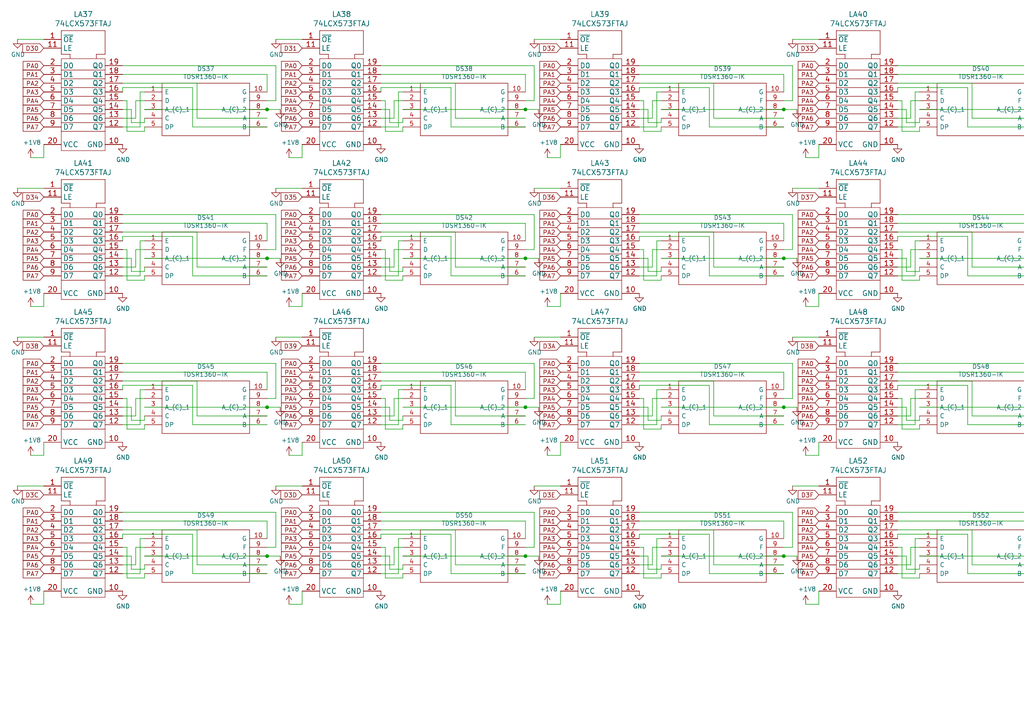
<source format=kicad_sch>
(kicad_sch (version 20211123) (generator eeschema)
  (paper "A4")
  (junction (at 152.4 118.11))
  (junction (at 302.26 74.93))
  (junction (at 227.33 74.93))
  (junction (at 227.33 31.75))
  (junction (at 227.33 118.11))
  (junction (at 77.47 118.11))
  (junction (at 77.47 74.93))
  (junction (at 302.26 31.75))
  (junction (at 152.4 161.29))
  (junction (at 152.4 74.93))
  (junction (at 77.47 161.29))
  (junction (at 152.4 31.75))
  (junction (at 302.26 118.11))
  (junction (at 77.47 31.75))
  (junction (at 227.33 161.29))
  (junction (at 302.26 161.29))
  (wire (pts (xy 187.96 121.92) (xy 191.77 121.92)))
  (wire (pts (xy 41.91 38.1) (xy 41.91 36.83)))
  (wire (pts (xy 162.56 88.9) (xy 162.56 85.09)))
  (wire (pts (xy 185.42 166.37) (xy 190.5 166.37)))
  (wire (pts (xy 55.88 123.19) (xy 77.47 123.19)))
  (wire (pts (xy 185.42 163.83) (xy 189.23 163.83)))
  (wire (pts (xy 12.7 45.72) (xy 12.7 41.91)))
  (wire (pts (xy 265.43 80.01) (xy 265.43 69.85)))
  (wire (pts (xy 80.01 72.39) (xy 77.47 72.39)))
  (wire (pts (xy 39.37 115.57) (xy 41.91 115.57)))
  (wire (pts (xy 260.35 25.4) (xy 280.67 25.4)))
  (wire (pts (xy 130.81 111.76) (xy 130.81 123.19)))
  (wire (pts (xy 35.56 19.05) (xy 80.01 19.05)))
  (wire (pts (xy 130.81 36.83) (xy 152.4 36.83)))
  (wire (pts (xy 185.42 80.01) (xy 190.5 80.01)))
  (wire (pts (xy 261.62 115.57) (xy 261.62 124.46)))
  (wire (pts (xy 83.82 132.08) (xy 87.63 132.08)))
  (wire (pts (xy 115.57 80.01) (xy 115.57 69.85)))
  (wire (pts (xy 260.35 120.65) (xy 264.16 120.65)))
  (wire (pts (xy 191.77 121.92) (xy 191.77 120.65)))
  (wire (pts (xy 110.49 26.67) (xy 110.49 25.4)))
  (wire (pts (xy 186.69 124.46) (xy 191.77 124.46)))
  (wire (pts (xy 302.26 74.93) (xy 306.07 74.93)))
  (wire (pts (xy 189.23 34.29) (xy 189.23 29.21)))
  (wire (pts (xy 110.49 153.67) (xy 132.08 153.67)))
  (wire (pts (xy 152.4 113.03) (xy 152.4 107.95)))
  (wire (pts (xy 281.94 153.67) (xy 281.94 163.83)))
  (wire (pts (xy 189.23 158.75) (xy 191.77 158.75)))
  (wire (pts (xy 261.62 167.64) (xy 266.7 167.64)))
  (wire (pts (xy 115.57 36.83) (xy 115.57 26.67)))
  (wire (pts (xy 185.42 156.21) (xy 185.42 154.94)))
  (wire (pts (xy 185.42 68.58) (xy 205.74 68.58)))
  (wire (pts (xy 191.77 161.29) (xy 227.33 161.29)))
  (wire (pts (xy 36.83 29.21) (xy 36.83 38.1)))
  (wire (pts (xy 260.35 72.39) (xy 261.62 72.39)))
  (wire (pts (xy 57.15 153.67) (xy 57.15 163.83)))
  (wire (pts (xy 40.64 123.19) (xy 40.64 113.03)))
  (wire (pts (xy 302.26 64.77) (xy 260.35 64.77)))
  (wire (pts (xy 237.49 45.72) (xy 237.49 41.91)))
  (wire (pts (xy 35.56 62.23) (xy 80.01 62.23)))
  (wire (pts (xy 111.76 81.28) (xy 116.84 81.28)))
  (wire (pts (xy 39.37 120.65) (xy 39.37 115.57)))
  (wire (pts (xy 185.42 110.49) (xy 207.01 110.49)))
  (wire (pts (xy 110.49 111.76) (xy 130.81 111.76)))
  (wire (pts (xy 110.49 80.01) (xy 115.57 80.01)))
  (wire (pts (xy 83.82 175.26) (xy 87.63 175.26)))
  (wire (pts (xy 264.16 158.75) (xy 266.7 158.75)))
  (wire (pts (xy 80.01 97.79) (xy 87.63 97.79)))
  (wire (pts (xy 260.35 111.76) (xy 280.67 111.76)))
  (wire (pts (xy 227.33 31.75) (xy 231.14 31.75)))
  (wire (pts (xy 55.88 25.4) (xy 55.88 36.83)))
  (wire (pts (xy 304.8 115.57) (xy 302.26 115.57)))
  (wire (pts (xy 189.23 120.65) (xy 189.23 115.57)))
  (wire (pts (xy 186.69 158.75) (xy 186.69 167.64)))
  (wire (pts (xy 152.4 161.29) (xy 156.21 161.29)))
  (wire (pts (xy 152.4 31.75) (xy 156.21 31.75)))
  (wire (pts (xy 8.89 132.08) (xy 12.7 132.08)))
  (wire (pts (xy 35.56 72.39) (xy 36.83 72.39)))
  (wire (pts (xy 110.49 74.93) (xy 113.03 74.93)))
  (wire (pts (xy 264.16 120.65) (xy 264.16 115.57)))
  (wire (pts (xy 114.3 29.21) (xy 116.84 29.21)))
  (wire (pts (xy 36.83 167.64) (xy 41.91 167.64)))
  (wire (pts (xy 36.83 38.1) (xy 41.91 38.1)))
  (wire (pts (xy 265.43 166.37) (xy 265.43 156.21)))
  (wire (pts (xy 35.56 29.21) (xy 36.83 29.21)))
  (wire (pts (xy 260.35 36.83) (xy 265.43 36.83)))
  (wire (pts (xy 114.3 72.39) (xy 116.84 72.39)))
  (wire (pts (xy 152.4 151.13) (xy 110.49 151.13)))
  (wire (pts (xy 262.89 121.92) (xy 266.7 121.92)))
  (wire (pts (xy 261.62 72.39) (xy 261.62 81.28)))
  (wire (pts (xy 41.91 165.1) (xy 41.91 163.83)))
  (wire (pts (xy 191.77 38.1) (xy 191.77 36.83)))
  (wire (pts (xy 265.43 156.21) (xy 266.7 156.21)))
  (wire (pts (xy 36.83 158.75) (xy 36.83 167.64)))
  (wire (pts (xy 132.08 67.31) (xy 132.08 77.47)))
  (wire (pts (xy 41.91 81.28) (xy 41.91 80.01)))
  (wire (pts (xy 40.64 80.01) (xy 40.64 69.85)))
  (wire (pts (xy 41.91 121.92) (xy 41.91 120.65)))
  (wire (pts (xy 266.7 167.64) (xy 266.7 166.37)))
  (wire (pts (xy 152.4 156.21) (xy 152.4 151.13)))
  (wire (pts (xy 35.56 158.75) (xy 36.83 158.75)))
  (wire (pts (xy 185.42 34.29) (xy 189.23 34.29)))
  (wire (pts (xy 35.56 80.01) (xy 40.64 80.01)))
  (wire (pts (xy 110.49 77.47) (xy 114.3 77.47)))
  (wire (pts (xy 265.43 123.19) (xy 265.43 113.03)))
  (wire (pts (xy 207.01 34.29) (xy 227.33 34.29)))
  (wire (pts (xy 57.15 77.47) (xy 77.47 77.47)))
  (wire (pts (xy 233.68 132.08) (xy 237.49 132.08)))
  (wire (pts (xy 260.35 166.37) (xy 265.43 166.37)))
  (wire (pts (xy 110.49 67.31) (xy 132.08 67.31)))
  (wire (pts (xy 40.64 69.85) (xy 41.91 69.85)))
  (wire (pts (xy 260.35 19.05) (xy 304.8 19.05)))
  (wire (pts (xy 266.7 118.11) (xy 302.26 118.11)))
  (wire (pts (xy 110.49 29.21) (xy 111.76 29.21)))
  (wire (pts (xy 41.91 161.29) (xy 77.47 161.29)))
  (wire (pts (xy 262.89 35.56) (xy 266.7 35.56)))
  (wire (pts (xy 281.94 67.31) (xy 281.94 77.47)))
  (wire (pts (xy 260.35 68.58) (xy 280.67 68.58)))
  (wire (pts (xy 154.94 19.05) (xy 154.94 29.21)))
  (wire (pts (xy 185.42 62.23) (xy 229.87 62.23)))
  (wire (pts (xy 110.49 156.21) (xy 110.49 154.94)))
  (wire (pts (xy 132.08 110.49) (xy 132.08 120.65)))
  (wire (pts (xy 132.08 120.65) (xy 152.4 120.65)))
  (wire (pts (xy 110.49 62.23) (xy 154.94 62.23)))
  (wire (pts (xy 187.96 35.56) (xy 191.77 35.56)))
  (wire (pts (xy 113.03 121.92) (xy 116.84 121.92)))
  (wire (pts (xy 302.26 107.95) (xy 260.35 107.95)))
  (wire (pts (xy 77.47 118.11) (xy 81.28 118.11)))
  (wire (pts (xy 302.26 151.13) (xy 260.35 151.13)))
  (wire (pts (xy 191.77 165.1) (xy 191.77 163.83)))
  (wire (pts (xy 132.08 77.47) (xy 152.4 77.47)))
  (wire (pts (xy 116.84 165.1) (xy 116.84 163.83)))
  (wire (pts (xy 35.56 69.85) (xy 35.56 68.58)))
  (wire (pts (xy 114.3 163.83) (xy 114.3 158.75)))
  (wire (pts (xy 113.03 78.74) (xy 116.84 78.74)))
  (wire (pts (xy 110.49 123.19) (xy 115.57 123.19)))
  (wire (pts (xy 185.42 67.31) (xy 207.01 67.31)))
  (wire (pts (xy 185.42 120.65) (xy 189.23 120.65)))
  (wire (pts (xy 35.56 74.93) (xy 38.1 74.93)))
  (wire (pts (xy 80.01 148.59) (xy 80.01 158.75)))
  (wire (pts (xy 77.47 156.21) (xy 77.47 151.13)))
  (wire (pts (xy 132.08 163.83) (xy 152.4 163.83)))
  (wire (pts (xy 265.43 26.67) (xy 266.7 26.67)))
  (wire (pts (xy 116.84 78.74) (xy 116.84 77.47)))
  (wire (pts (xy 207.01 163.83) (xy 227.33 163.83)))
  (wire (pts (xy 229.87 105.41) (xy 229.87 115.57)))
  (wire (pts (xy 205.74 154.94) (xy 205.74 166.37)))
  (wire (pts (xy 237.49 132.08) (xy 237.49 128.27)))
  (wire (pts (xy 185.42 25.4) (xy 205.74 25.4)))
  (wire (pts (xy 87.63 175.26) (xy 87.63 171.45)))
  (wire (pts (xy 227.33 113.03) (xy 227.33 107.95)))
  (wire (pts (xy 280.67 166.37) (xy 302.26 166.37)))
  (wire (pts (xy 36.83 124.46) (xy 41.91 124.46)))
  (wire (pts (xy 260.35 34.29) (xy 264.16 34.29)))
  (wire (pts (xy 191.77 78.74) (xy 191.77 77.47)))
  (wire (pts (xy 302.26 156.21) (xy 302.26 151.13)))
  (wire (pts (xy 229.87 62.23) (xy 229.87 72.39)))
  (wire (pts (xy 260.35 113.03) (xy 260.35 111.76)))
  (wire (pts (xy 110.49 19.05) (xy 154.94 19.05)))
  (wire (pts (xy 57.15 67.31) (xy 57.15 77.47)))
  (wire (pts (xy 87.63 132.08) (xy 87.63 128.27)))
  (wire (pts (xy 260.35 77.47) (xy 264.16 77.47)))
  (wire (pts (xy 260.35 148.59) (xy 304.8 148.59)))
  (wire (pts (xy 116.84 38.1) (xy 116.84 36.83)))
  (wire (pts (xy 191.77 31.75) (xy 227.33 31.75)))
  (wire (pts (xy 260.35 158.75) (xy 261.62 158.75)))
  (wire (pts (xy 186.69 167.64) (xy 191.77 167.64)))
  (wire (pts (xy 35.56 166.37) (xy 40.64 166.37)))
  (wire (pts (xy 110.49 148.59) (xy 154.94 148.59)))
  (wire (pts (xy 55.88 36.83) (xy 77.47 36.83)))
  (wire (pts (xy 83.82 45.72) (xy 87.63 45.72)))
  (wire (pts (xy 38.1 78.74) (xy 41.91 78.74)))
  (wire (pts (xy 77.47 69.85) (xy 77.47 64.77)))
  (wire (pts (xy 35.56 31.75) (xy 38.1 31.75)))
  (wire (pts (xy 41.91 167.64) (xy 41.91 166.37)))
  (wire (pts (xy 152.4 26.67) (xy 152.4 21.59)))
  (wire (pts (xy 261.62 81.28) (xy 266.7 81.28)))
  (wire (pts (xy 8.89 175.26) (xy 12.7 175.26)))
  (wire (pts (xy 260.35 163.83) (xy 264.16 163.83)))
  (wire (pts (xy 57.15 120.65) (xy 77.47 120.65)))
  (wire (pts (xy 41.91 118.11) (xy 77.47 118.11)))
  (wire (pts (xy 158.75 175.26) (xy 162.56 175.26)))
  (wire (pts (xy 266.7 124.46) (xy 266.7 123.19)))
  (wire (pts (xy 186.69 29.21) (xy 186.69 38.1)))
  (wire (pts (xy 229.87 158.75) (xy 227.33 158.75)))
  (wire (pts (xy 110.49 154.94) (xy 130.81 154.94)))
  (wire (pts (xy 262.89 31.75) (xy 262.89 35.56)))
  (wire (pts (xy 116.84 124.46) (xy 116.84 123.19)))
  (wire (pts (xy 262.89 78.74) (xy 266.7 78.74)))
  (wire (pts (xy 227.33 151.13) (xy 185.42 151.13)))
  (wire (pts (xy 237.49 175.26) (xy 237.49 171.45)))
  (wire (pts (xy 229.87 148.59) (xy 229.87 158.75)))
  (wire (pts (xy 302.26 113.03) (xy 302.26 107.95)))
  (wire (pts (xy 35.56 105.41) (xy 80.01 105.41)))
  (wire (pts (xy 115.57 113.03) (xy 116.84 113.03)))
  (wire (pts (xy 189.23 115.57) (xy 191.77 115.57)))
  (wire (pts (xy 189.23 72.39) (xy 191.77 72.39)))
  (wire (pts (xy 260.35 31.75) (xy 262.89 31.75)))
  (wire (pts (xy 227.33 21.59) (xy 185.42 21.59)))
  (wire (pts (xy 55.88 154.94) (xy 55.88 166.37)))
  (wire (pts (xy 260.35 156.21) (xy 260.35 154.94)))
  (wire (pts (xy 111.76 115.57) (xy 111.76 124.46)))
  (wire (pts (xy 115.57 26.67) (xy 116.84 26.67)))
  (wire (pts (xy 110.49 24.13) (xy 132.08 24.13)))
  (wire (pts (xy 77.47 161.29) (xy 81.28 161.29)))
  (wire (pts (xy 281.94 34.29) (xy 302.26 34.29)))
  (wire (pts (xy 132.08 24.13) (xy 132.08 34.29)))
  (wire (pts (xy 130.81 154.94) (xy 130.81 166.37)))
  (wire (pts (xy 132.08 34.29) (xy 152.4 34.29)))
  (wire (pts (xy 237.49 88.9) (xy 237.49 85.09)))
  (wire (pts (xy 280.67 80.01) (xy 302.26 80.01)))
  (wire (pts (xy 260.35 80.01) (xy 265.43 80.01)))
  (wire (pts (xy 87.63 88.9) (xy 87.63 85.09)))
  (wire (pts (xy 154.94 54.61) (xy 162.56 54.61)))
  (wire (pts (xy 227.33 161.29) (xy 231.14 161.29)))
  (wire (pts (xy 207.01 120.65) (xy 227.33 120.65)))
  (wire (pts (xy 116.84 167.64) (xy 116.84 166.37)))
  (wire (pts (xy 36.83 81.28) (xy 41.91 81.28)))
  (wire (pts (xy 302.26 161.29) (xy 306.07 161.29)))
  (wire (pts (xy 229.87 19.05) (xy 229.87 29.21)))
  (wire (pts (xy 229.87 11.43) (xy 237.49 11.43)))
  (wire (pts (xy 264.16 163.83) (xy 264.16 158.75)))
  (wire (pts (xy 185.42 153.67) (xy 207.01 153.67)))
  (wire (pts (xy 80.01 19.05) (xy 80.01 29.21)))
  (wire (pts (xy 110.49 111.76) (xy 110.49 113.03)))
  (wire (pts (xy 185.42 69.85) (xy 185.42 68.58)))
  (wire (pts (xy 281.94 110.49) (xy 281.94 120.65)))
  (wire (pts (xy 304.8 19.05) (xy 304.8 29.21)))
  (wire (pts (xy 35.56 153.67) (xy 57.15 153.67)))
  (wire (pts (xy 280.67 68.58) (xy 280.67 80.01)))
  (wire (pts (xy 158.75 88.9) (xy 162.56 88.9)))
  (wire (pts (xy 233.68 88.9) (xy 237.49 88.9)))
  (wire (pts (xy 38.1 118.11) (xy 38.1 121.92)))
  (wire (pts (xy 266.7 31.75) (xy 302.26 31.75)))
  (wire (pts (xy 40.64 36.83) (xy 40.64 26.67)))
  (wire (pts (xy 110.49 31.75) (xy 113.03 31.75)))
  (wire (pts (xy 35.56 156.21) (xy 35.56 154.94)))
  (wire (pts (xy 80.01 54.61) (xy 87.63 54.61)))
  (wire (pts (xy 264.16 34.29) (xy 264.16 29.21)))
  (wire (pts (xy 12.7 175.26) (xy 12.7 171.45)))
  (wire (pts (xy 190.5 113.03) (xy 191.77 113.03)))
  (wire (pts (xy 190.5 36.83) (xy 190.5 26.67)))
  (wire (pts (xy 35.56 163.83) (xy 39.37 163.83)))
  (wire (pts (xy 233.68 45.72) (xy 237.49 45.72)))
  (wire (pts (xy 266.7 161.29) (xy 302.26 161.29)))
  (wire (pts (xy 260.35 29.21) (xy 261.62 29.21)))
  (wire (pts (xy 281.94 163.83) (xy 302.26 163.83)))
  (wire (pts (xy 115.57 156.21) (xy 116.84 156.21)))
  (wire (pts (xy 5.08 140.97) (xy 12.7 140.97)))
  (wire (pts (xy 111.76 38.1) (xy 116.84 38.1)))
  (wire (pts (xy 77.47 113.03) (xy 77.47 107.95)))
  (wire (pts (xy 80.01 115.57) (xy 77.47 115.57)))
  (wire (pts (xy 113.03 74.93) (xy 113.03 78.74)))
  (wire (pts (xy 207.01 77.47) (xy 227.33 77.47)))
  (wire (pts (xy 132.08 153.67) (xy 132.08 163.83)))
  (wire (pts (xy 154.94 29.21) (xy 152.4 29.21)))
  (wire (pts (xy 39.37 72.39) (xy 41.91 72.39)))
  (wire (pts (xy 113.03 161.29) (xy 113.03 165.1)))
  (wire (pts (xy 110.49 25.4) (xy 130.81 25.4)))
  (wire (pts (xy 77.47 107.95) (xy 35.56 107.95)))
  (wire (pts (xy 110.49 105.41) (xy 154.94 105.41)))
  (wire (pts (xy 229.87 115.57) (xy 227.33 115.57)))
  (wire (pts (xy 281.94 120.65) (xy 302.26 120.65)))
  (wire (pts (xy 227.33 74.93) (xy 231.14 74.93)))
  (wire (pts (xy 35.56 118.11) (xy 38.1 118.11)))
  (wire (pts (xy 185.42 113.03) (xy 185.42 111.76)))
  (wire (pts (xy 41.91 78.74) (xy 41.91 77.47)))
  (wire (pts (xy 77.47 21.59) (xy 35.56 21.59)))
  (wire (pts (xy 110.49 118.11) (xy 113.03 118.11)))
  (wire (pts (xy 229.87 140.97) (xy 237.49 140.97)))
  (wire (pts (xy 35.56 120.65) (xy 39.37 120.65)))
  (wire (pts (xy 191.77 81.28) (xy 191.77 80.01)))
  (wire (pts (xy 55.88 68.58) (xy 55.88 80.01)))
  (wire (pts (xy 260.35 26.67) (xy 260.35 25.4)))
  (wire (pts (xy 5.08 97.79) (xy 12.7 97.79)))
  (wire (pts (xy 110.49 72.39) (xy 111.76 72.39)))
  (wire (pts (xy 35.56 34.29) (xy 39.37 34.29)))
  (wire (pts (xy 260.35 110.49) (xy 281.94 110.49)))
  (wire (pts (xy 110.49 158.75) (xy 111.76 158.75)))
  (wire (pts (xy 12.7 88.9) (xy 12.7 85.09)))
  (wire (pts (xy 185.42 72.39) (xy 186.69 72.39)))
  (wire (pts (xy 229.87 54.61) (xy 237.49 54.61)))
  (wire (pts (xy 154.94 148.59) (xy 154.94 158.75)))
  (wire (pts (xy 260.35 67.31) (xy 281.94 67.31)))
  (wire (pts (xy 185.42 74.93) (xy 187.96 74.93)))
  (wire (pts (xy 205.74 166.37) (xy 227.33 166.37)))
  (wire (pts (xy 87.63 45.72) (xy 87.63 41.91)))
  (wire (pts (xy 113.03 35.56) (xy 116.84 35.56)))
  (wire (pts (xy 35.56 115.57) (xy 36.83 115.57)))
  (wire (pts (xy 152.4 107.95) (xy 110.49 107.95)))
  (wire (pts (xy 77.47 151.13) (xy 35.56 151.13)))
  (wire (pts (xy 190.5 69.85) (xy 191.77 69.85)))
  (wire (pts (xy 113.03 165.1) (xy 116.84 165.1)))
  (wire (pts (xy 189.23 77.47) (xy 189.23 72.39)))
  (wire (pts (xy 302.26 26.67) (xy 302.26 21.59)))
  (wire (pts (xy 187.96 31.75) (xy 187.96 35.56)))
  (wire (pts (xy 229.87 72.39) (xy 227.33 72.39)))
  (wire (pts (xy 264.16 115.57) (xy 266.7 115.57)))
  (wire (pts (xy 152.4 74.93) (xy 156.21 74.93)))
  (wire (pts (xy 162.56 45.72) (xy 162.56 41.91)))
  (wire (pts (xy 260.35 115.57) (xy 261.62 115.57)))
  (wire (pts (xy 187.96 74.93) (xy 187.96 78.74)))
  (wire (pts (xy 280.67 111.76) (xy 280.67 123.19)))
  (wire (pts (xy 265.43 113.03) (xy 266.7 113.03)))
  (wire (pts (xy 110.49 110.49) (xy 132.08 110.49)))
  (wire (pts (xy 35.56 154.94) (xy 55.88 154.94)))
  (wire (pts (xy 113.03 118.11) (xy 113.03 121.92)))
  (wire (pts (xy 185.42 123.19) (xy 190.5 123.19)))
  (wire (pts (xy 110.49 166.37) (xy 115.57 166.37)))
  (wire (pts (xy 111.76 72.39) (xy 111.76 81.28)))
  (wire (pts (xy 38.1 165.1) (xy 41.91 165.1)))
  (wire (pts (xy 57.15 24.13) (xy 57.15 34.29)))
  (wire (pts (xy 186.69 81.28) (xy 191.77 81.28)))
  (wire (pts (xy 304.8 72.39) (xy 302.26 72.39)))
  (wire (pts (xy 185.42 24.13) (xy 207.01 24.13)))
  (wire (pts (xy 187.96 78.74) (xy 191.77 78.74)))
  (wire (pts (xy 116.84 161.29) (xy 152.4 161.29)))
  (wire (pts (xy 35.56 123.19) (xy 40.64 123.19)))
  (wire (pts (xy 233.68 175.26) (xy 237.49 175.26)))
  (wire (pts (xy 154.94 140.97) (xy 162.56 140.97)))
  (wire (pts (xy 185.42 19.05) (xy 229.87 19.05)))
  (wire (pts (xy 262.89 165.1) (xy 266.7 165.1)))
  (wire (pts (xy 5.08 11.43) (xy 12.7 11.43)))
  (wire (pts (xy 110.49 115.57) (xy 111.76 115.57)))
  (wire (pts (xy 111.76 29.21) (xy 111.76 38.1)))
  (wire (pts (xy 154.94 97.79) (xy 162.56 97.79)))
  (wire (pts (xy 229.87 29.21) (xy 227.33 29.21)))
  (wire (pts (xy 114.3 77.47) (xy 114.3 72.39)))
  (wire (pts (xy 186.69 115.57) (xy 186.69 124.46)))
  (wire (pts (xy 39.37 77.47) (xy 39.37 72.39)))
  (wire (pts (xy 41.91 35.56) (xy 41.91 34.29)))
  (wire (pts (xy 158.75 132.08) (xy 162.56 132.08)))
  (wire (pts (xy 186.69 72.39) (xy 186.69 81.28)))
  (wire (pts (xy 302.26 69.85) (xy 302.26 64.77)))
  (wire (pts (xy 38.1 121.92) (xy 41.91 121.92)))
  (wire (pts (xy 8.89 88.9) (xy 12.7 88.9)))
  (wire (pts (xy 152.4 64.77) (xy 110.49 64.77)))
  (wire (pts (xy 80.01 29.21) (xy 77.47 29.21)))
  (wire (pts (xy 185.42 161.29) (xy 187.96 161.29)))
  (wire (pts (xy 304.8 158.75) (xy 302.26 158.75)))
  (wire (pts (xy 113.03 31.75) (xy 113.03 35.56)))
  (wire (pts (xy 185.42 148.59) (xy 229.87 148.59)))
  (wire (pts (xy 40.64 26.67) (xy 41.91 26.67)))
  (wire (pts (xy 110.49 161.29) (xy 113.03 161.29)))
  (wire (pts (xy 55.88 80.01) (xy 77.47 80.01)))
  (wire (pts (xy 35.56 113.03) (xy 35.56 111.76)))
  (wire (pts (xy 205.74 123.19) (xy 227.33 123.19)))
  (wire (pts (xy 35.56 161.29) (xy 38.1 161.29)))
  (wire (pts (xy 205.74 111.76) (xy 205.74 123.19)))
  (wire (pts (xy 260.35 62.23) (xy 304.8 62.23)))
  (wire (pts (xy 116.84 118.11) (xy 152.4 118.11)))
  (wire (pts (xy 266.7 121.92) (xy 266.7 120.65)))
  (wire (pts (xy 264.16 77.47) (xy 264.16 72.39)))
  (wire (pts (xy 40.64 113.03) (xy 41.91 113.03)))
  (wire (pts (xy 260.35 153.67) (xy 281.94 153.67)))
  (wire (pts (xy 152.4 21.59) (xy 110.49 21.59)))
  (wire (pts (xy 207.01 153.67) (xy 207.01 163.83)))
  (wire (pts (xy 83.82 88.9) (xy 87.63 88.9)))
  (wire (pts (xy 40.64 166.37) (xy 40.64 156.21)))
  (wire (pts (xy 304.8 29.21) (xy 302.26 29.21)))
  (wire (pts (xy 111.76 158.75) (xy 111.76 167.64)))
  (wire (pts (xy 38.1 161.29) (xy 38.1 165.1)))
  (wire (pts (xy 281.94 24.13) (xy 281.94 34.29)))
  (wire (pts (xy 162.56 132.08) (xy 162.56 128.27)))
  (wire (pts (xy 302.26 118.11) (xy 306.07 118.11)))
  (wire (pts (xy 185.42 115.57) (xy 186.69 115.57)))
  (wire (pts (xy 111.76 124.46) (xy 116.84 124.46)))
  (wire (pts (xy 77.47 74.93) (xy 81.28 74.93)))
  (wire (pts (xy 265.43 69.85) (xy 266.7 69.85)))
  (wire (pts (xy 227.33 118.11) (xy 231.14 118.11)))
  (wire (pts (xy 264.16 29.21) (xy 266.7 29.21)))
  (wire (pts (xy 116.84 121.92) (xy 116.84 120.65)))
  (wire (pts (xy 190.5 80.01) (xy 190.5 69.85)))
  (wire (pts (xy 35.56 110.49) (xy 57.15 110.49)))
  (wire (pts (xy 280.67 25.4) (xy 280.67 36.83)))
  (wire (pts (xy 264.16 72.39) (xy 266.7 72.39)))
  (wire (pts (xy 262.89 161.29) (xy 262.89 165.1)))
  (wire (pts (xy 35.56 26.67) (xy 35.56 25.4)))
  (wire (pts (xy 41.91 31.75) (xy 77.47 31.75)))
  (wire (pts (xy 114.3 120.65) (xy 114.3 115.57)))
  (wire (pts (xy 205.74 25.4) (xy 205.74 36.83)))
  (wire (pts (xy 280.67 36.83) (xy 302.26 36.83)))
  (wire (pts (xy 189.23 29.21) (xy 191.77 29.21)))
  (wire (pts (xy 266.7 81.28) (xy 266.7 80.01)))
  (wire (pts (xy 262.89 74.93) (xy 262.89 78.74)))
  (wire (pts (xy 80.01 158.75) (xy 77.47 158.75)))
  (wire (pts (xy 111.76 167.64) (xy 116.84 167.64)))
  (wire (pts (xy 266.7 35.56) (xy 266.7 34.29)))
  (wire (pts (xy 116.84 31.75) (xy 152.4 31.75)))
  (wire (pts (xy 116.84 81.28) (xy 116.84 80.01)))
  (wire (pts (xy 110.49 69.85) (xy 110.49 68.58)))
  (wire (pts (xy 260.35 161.29) (xy 262.89 161.29)))
  (wire (pts (xy 260.35 74.93) (xy 262.89 74.93)))
  (wire (pts (xy 266.7 78.74) (xy 266.7 77.47)))
  (wire (pts (xy 57.15 110.49) (xy 57.15 120.65)))
  (wire (pts (xy 304.8 62.23) (xy 304.8 72.39)))
  (wire (pts (xy 227.33 64.77) (xy 185.42 64.77)))
  (wire (pts (xy 38.1 74.93) (xy 38.1 78.74)))
  (wire (pts (xy 116.84 74.93) (xy 152.4 74.93)))
  (wire (pts (xy 185.42 111.76) (xy 205.74 111.76)))
  (wire (pts (xy 266.7 74.93) (xy 302.26 74.93)))
  (wire (pts (xy 185.42 154.94) (xy 205.74 154.94)))
  (wire (pts (xy 38.1 35.56) (xy 41.91 35.56)))
  (wire (pts (xy 80.01 62.23) (xy 80.01 72.39)))
  (wire (pts (xy 207.01 24.13) (xy 207.01 34.29)))
  (wire (pts (xy 185.42 118.11) (xy 187.96 118.11)))
  (wire (pts (xy 227.33 156.21) (xy 227.33 151.13)))
  (wire (pts (xy 12.7 132.08) (xy 12.7 128.27)))
  (wire (pts (xy 115.57 69.85) (xy 116.84 69.85)))
  (wire (pts (xy 207.01 110.49) (xy 207.01 120.65)))
  (wire (pts (xy 35.56 67.31) (xy 57.15 67.31)))
  (wire (pts (xy 80.01 11.43) (xy 87.63 11.43)))
  (wire (pts (xy 260.35 69.85) (xy 260.35 68.58)))
  (wire (pts (xy 260.35 154.94) (xy 280.67 154.94)))
  (wire (pts (xy 191.77 74.93) (xy 227.33 74.93)))
  (wire (pts (xy 189.23 163.83) (xy 189.23 158.75)))
  (wire (pts (xy 185.42 26.67) (xy 185.42 25.4)))
  (wire (pts (xy 36.83 72.39) (xy 36.83 81.28)))
  (wire (pts (xy 39.37 163.83) (xy 39.37 158.75)))
  (wire (pts (xy 229.87 97.79) (xy 237.49 97.79)))
  (wire (pts (xy 41.91 124.46) (xy 41.91 123.19)))
  (wire (pts (xy 80.01 140.97) (xy 87.63 140.97)))
  (wire (pts (xy 110.49 163.83) (xy 114.3 163.83)))
  (wire (pts (xy 261.62 29.21) (xy 261.62 38.1)))
  (wire (pts (xy 35.56 36.83) (xy 40.64 36.83)))
  (wire (pts (xy 261.62 158.75) (xy 261.62 167.64)))
  (wire (pts (xy 35.56 25.4) (xy 55.88 25.4)))
  (wire (pts (xy 39.37 34.29) (xy 39.37 29.21)))
  (wire (pts (xy 186.69 38.1) (xy 191.77 38.1)))
  (wire (pts (xy 158.75 45.72) (xy 162.56 45.72)))
  (wire (pts (xy 260.35 118.11) (xy 262.89 118.11)))
  (wire (pts (xy 110.49 36.83) (xy 115.57 36.83)))
  (wire (pts (xy 38.1 31.75) (xy 38.1 35.56)))
  (wire (pts (xy 154.94 11.43) (xy 162.56 11.43)))
  (wire (pts (xy 227.33 69.85) (xy 227.33 64.77)))
  (wire (pts (xy 110.49 120.65) (xy 114.3 120.65)))
  (wire (pts (xy 265.43 36.83) (xy 265.43 26.67)))
  (wire (pts (xy 35.56 148.59) (xy 80.01 148.59)))
  (wire (pts (xy 115.57 166.37) (xy 115.57 156.21)))
  (wire (pts (xy 266.7 165.1) (xy 266.7 163.83)))
  (wire (pts (xy 260.35 105.41) (xy 304.8 105.41)))
  (wire (pts (xy 114.3 158.75) (xy 116.84 158.75)))
  (wire (pts (xy 280.67 154.94) (xy 280.67 166.37)))
  (wire (pts (xy 190.5 166.37) (xy 190.5 156.21)))
  (wire (pts (xy 35.56 24.13) (xy 57.15 24.13)))
  (wire (pts (xy 185.42 158.75) (xy 186.69 158.75)))
  (wire (pts (xy 185.42 29.21) (xy 186.69 29.21)))
  (wire (pts (xy 280.67 123.19) (xy 302.26 123.19)))
  (wire (pts (xy 130.81 80.01) (xy 152.4 80.01)))
  (wire (pts (xy 57.15 34.29) (xy 77.47 34.29)))
  (wire (pts (xy 114.3 115.57) (xy 116.84 115.57)))
  (wire (pts (xy 130.81 123.19) (xy 152.4 123.19)))
  (wire (pts (xy 227.33 107.95) (xy 185.42 107.95)))
  (wire (pts (xy 115.57 123.19) (xy 115.57 113.03)))
  (wire (pts (xy 205.74 68.58) (xy 205.74 80.01)))
  (wire (pts (xy 227.33 26.67) (xy 227.33 21.59)))
  (wire (pts (xy 55.88 111.76) (xy 55.88 123.19)))
  (wire (pts (xy 261.62 124.46) (xy 266.7 124.46)))
  (wire (pts (xy 185.42 36.83) (xy 190.5 36.83)))
  (wire (pts (xy 154.94 158.75) (xy 152.4 158.75)))
  (wire (pts (xy 261.62 38.1) (xy 266.7 38.1)))
  (wire (pts (xy 304.8 148.59) (xy 304.8 158.75)))
  (wire (pts (xy 191.77 167.64) (xy 191.77 166.37)))
  (wire (pts (xy 41.91 74.93) (xy 77.47 74.93)))
  (wire (pts (xy 154.94 115.57) (xy 152.4 115.57)))
  (wire (pts (xy 154.94 72.39) (xy 152.4 72.39)))
  (wire (pts (xy 35.56 77.47) (xy 39.37 77.47)))
  (wire (pts (xy 57.15 163.83) (xy 77.47 163.83)))
  (wire (pts (xy 205.74 80.01) (xy 227.33 80.01)))
  (wire (pts (xy 152.4 69.85) (xy 152.4 64.77)))
  (wire (pts (xy 5.08 54.61) (xy 12.7 54.61)))
  (wire (pts (xy 185.42 77.47) (xy 189.23 77.47)))
  (wire (pts (xy 207.01 67.31) (xy 207.01 77.47)))
  (wire (pts (xy 190.5 123.19) (xy 190.5 113.03)))
  (wire (pts (xy 39.37 29.21) (xy 41.91 29.21)))
  (wire (pts (xy 110.49 34.29) (xy 114.3 34.29)))
  (wire (pts (xy 187.96 165.1) (xy 191.77 165.1)))
  (wire (pts (xy 130.81 25.4) (xy 130.81 36.83)))
  (wire (pts (xy 35.56 111.76) (xy 55.88 111.76)))
  (wire (pts (xy 302.26 21.59) (xy 260.35 21.59)))
  (wire (pts (xy 154.94 62.23) (xy 154.94 72.39)))
  (wire (pts (xy 187.96 161.29) (xy 187.96 165.1)))
  (wire (pts (xy 77.47 64.77) (xy 35.56 64.77)))
  (wire (pts (xy 77.47 31.75) (xy 81.28 31.75)))
  (wire (pts (xy 114.3 34.29) (xy 114.3 29.21)))
  (wire (pts (xy 130.81 68.58) (xy 130.81 80.01)))
  (wire (pts (xy 191.77 35.56) (xy 191.77 34.29)))
  (wire (pts (xy 110.49 68.58) (xy 130.81 68.58)))
  (wire (pts (xy 154.94 105.41) (xy 154.94 115.57)))
  (wire (pts (xy 35.56 68.58) (xy 55.88 68.58)))
  (wire (pts (xy 205.74 36.83) (xy 227.33 36.83)))
  (wire (pts (xy 185.42 105.41) (xy 229.87 105.41)))
  (wire (pts (xy 281.94 77.47) (xy 302.26 77.47)))
  (wire (pts (xy 55.88 166.37) (xy 77.47 166.37)))
  (wire (pts (xy 130.81 166.37) (xy 152.4 166.37)))
  (wire (pts (xy 152.4 118.11) (xy 156.21 118.11)))
  (wire (pts (xy 187.96 118.11) (xy 187.96 121.92)))
  (wire (pts (xy 116.84 35.56) (xy 116.84 34.29)))
  (wire (pts (xy 266.7 38.1) (xy 266.7 36.83)))
  (wire (pts (xy 162.56 175.26) (xy 162.56 171.45)))
  (wire (pts (xy 36.83 115.57) (xy 36.83 124.46)))
  (wire (pts (xy 191.77 118.11) (xy 227.33 118.11)))
  (wire (pts (xy 190.5 156.21) (xy 191.77 156.21)))
  (wire (pts (xy 39.37 158.75) (xy 41.91 158.75)))
  (wire (pts (xy 302.26 31.75) (xy 306.07 31.75)))
  (wire (pts (xy 304.8 105.41) (xy 304.8 115.57)))
  (wire (pts (xy 190.5 26.67) (xy 191.77 26.67)))
  (wire (pts (xy 260.35 24.13) (xy 281.94 24.13)))
  (wire (pts (xy 80.01 105.41) (xy 80.01 115.57)))
  (wire (pts (xy 8.89 45.72) (xy 12.7 45.72)))
  (wire (pts (xy 40.64 156.21) (xy 41.91 156.21)))
  (wire (pts (xy 77.47 26.67) (xy 77.47 21.59)))
  (wire (pts (xy 191.77 124.46) (xy 191.77 123.19)))
  (wire (pts (xy 185.42 31.75) (xy 187.96 31.75)))
  (wire (pts (xy 262.89 118.11) (xy 262.89 121.92)))
  (wire (pts (xy 260.35 123.19) (xy 265.43 123.19)))
  (global_label "PA3" (shape input) (at 162.56 113.03 180) (property "Intersheet References" "${INTERSHEET_REFS}" (effects hide)))
  (global_label "PA2" (shape input) (at 162.56 24.13 180) (property "Intersheet References" "${INTERSHEET_REFS}" (effects hide)))
  (global_label "PA7" (shape input) (at 12.7 36.83 180) (property "Intersheet References" "${INTERSHEET_REFS}" (effects hide)))
  (global_label "PA0" (shape input) (at 87.63 148.59 180) (property "Intersheet References" "${INTERSHEET_REFS}" (effects hide)))
  (global_label "PA5" (shape input) (at 12.7 161.29 180) (property "Intersheet References" "${INTERSHEET_REFS}" (effects hide)))
  (global_label "PA3" (shape input) (at 237.49 69.85 180) (property "Intersheet References" "${INTERSHEET_REFS}" (effects hide)))
  (global_label "PA1" (shape input) (at 87.63 64.77 180) (property "Intersheet References" "${INTERSHEET_REFS}" (effects hide)))
  (global_label "PA2" (shape input) (at 87.63 67.31 180) (property "Intersheet References" "${INTERSHEET_REFS}" (effects hide)))
  (global_label "D30" (shape input) (at 12.7 13.97 180) (property "Intersheet References" "${INTERSHEET_REFS}" (effects hide)))
  (global_label "PA0" (shape input) (at 237.49 148.59 180) (property "Intersheet References" "${INTERSHEET_REFS}" (effects hide)))
  (global_label "PA1" (shape input) (at 87.63 21.59 180) (property "Intersheet References" "${INTERSHEET_REFS}" (effects hide)))
  (global_label "PA0" (shape input) (at 87.63 105.41 180) (property "Intersheet References" "${INTERSHEET_REFS}" (effects hide)))
  (global_label "PA0" (shape input) (at 237.49 19.05 180) (property "Intersheet References" "${INTERSHEET_REFS}" (effects hide)))
  (global_label "D3D" (shape input) (at 87.63 143.51 180) (property "Intersheet References" "${INTERSHEET_REFS}" (effects hide)))
  (global_label "PA5" (shape input) (at 12.7 118.11 180) (property "Intersheet References" "${INTERSHEET_REFS}" (effects hide)))
  (global_label "PA1" (shape input) (at 12.7 64.77 180) (property "Intersheet References" "${INTERSHEET_REFS}" (effects hide)))
  (global_label "PA7" (shape input) (at 237.49 80.01 180) (property "Intersheet References" "${INTERSHEET_REFS}" (effects hide)))
  (global_label "PA5" (shape input) (at 237.49 118.11 180) (property "Intersheet References" "${INTERSHEET_REFS}" (effects hide)))
  (global_label "PA4" (shape input) (at 12.7 115.57 180) (property "Intersheet References" "${INTERSHEET_REFS}" (effects hide)))
  (global_label "PA3" (shape input) (at 162.56 26.67 180) (property "Intersheet References" "${INTERSHEET_REFS}" (effects hide)))
  (global_label "PA5" (shape input) (at 162.56 161.29 180) (property "Intersheet References" "${INTERSHEET_REFS}" (effects hide)))
  (global_label "PA5" (shape input) (at 12.7 74.93 180) (property "Intersheet References" "${INTERSHEET_REFS}" (effects hide)))
  (global_label "PA7" (shape input) (at 162.56 80.01 180) (property "Intersheet References" "${INTERSHEET_REFS}" (effects hide)))
  (global_label "PA1" (shape input) (at 237.49 64.77 180) (property "Intersheet References" "${INTERSHEET_REFS}" (effects hide)))
  (global_label "PA0" (shape input) (at 12.7 105.41 180) (property "Intersheet References" "${INTERSHEET_REFS}" (effects hide)))
  (global_label "PA3" (shape input) (at 87.63 26.67 180) (property "Intersheet References" "${INTERSHEET_REFS}" (effects hide)))
  (global_label "PA1" (shape input) (at 162.56 107.95 180) (property "Intersheet References" "${INTERSHEET_REFS}" (effects hide)))
  (global_label "PA0" (shape input) (at 87.63 62.23 180) (property "Intersheet References" "${INTERSHEET_REFS}" (effects hide)))
  (global_label "PA6" (shape input) (at 162.56 34.29 180) (property "Intersheet References" "${INTERSHEET_REFS}" (effects hide)))
  (global_label "PA4" (shape input) (at 162.56 72.39 180) (property "Intersheet References" "${INTERSHEET_REFS}" (effects hide)))
  (global_label "D32" (shape input) (at 162.56 13.97 180) (property "Intersheet References" "${INTERSHEET_REFS}" (effects hide)))
  (global_label "D35" (shape input) (at 87.63 57.15 180) (property "Intersheet References" "${INTERSHEET_REFS}" (effects hide)))
  (global_label "PA4" (shape input) (at 87.63 72.39 180) (property "Intersheet References" "${INTERSHEET_REFS}" (effects hide)))
  (global_label "PA0" (shape input) (at 12.7 62.23 180) (property "Intersheet References" "${INTERSHEET_REFS}" (effects hide)))
  (global_label "PA6" (shape input) (at 162.56 77.47 180) (property "Intersheet References" "${INTERSHEET_REFS}" (effects hide)))
  (global_label "PA6" (shape input) (at 87.63 163.83 180) (property "Intersheet References" "${INTERSHEET_REFS}" (effects hide)))
  (global_label "PA5" (shape input) (at 12.7 31.75 180) (property "Intersheet References" "${INTERSHEET_REFS}" (effects hide)))
  (global_label "PA2" (shape input) (at 162.56 110.49 180) (property "Intersheet References" "${INTERSHEET_REFS}" (effects hide)))
  (global_label "PA6" (shape input) (at 237.49 163.83 180) (property "Intersheet References" "${INTERSHEET_REFS}" (effects hide)))
  (global_label "D33" (shape input) (at 237.49 13.97 180) (property "Intersheet References" "${INTERSHEET_REFS}" (effects hide)))
  (global_label "PA2" (shape input) (at 237.49 67.31 180) (property "Intersheet References" "${INTERSHEET_REFS}" (effects hide)))
  (global_label "PA1" (shape input) (at 237.49 107.95 180) (property "Intersheet References" "${INTERSHEET_REFS}" (effects hide)))
  (global_label "PA7" (shape input) (at 87.63 123.19 180) (property "Intersheet References" "${INTERSHEET_REFS}" (effects hide)))
  (global_label "PA7" (shape input) (at 162.56 123.19 180) (property "Intersheet References" "${INTERSHEET_REFS}" (effects hide)))
  (global_label "PA1" (shape input) (at 87.63 107.95 180) (property "Intersheet References" "${INTERSHEET_REFS}" (effects hide)))
  (global_label "D31" (shape input) (at 87.63 13.97 180) (property "Intersheet References" "${INTERSHEET_REFS}" (effects hide)))
  (global_label "PA5" (shape input) (at 162.56 118.11 180) (property "Intersheet References" "${INTERSHEET_REFS}" (effects hide)))
  (global_label "D36" (shape input) (at 162.56 57.15 180) (property "Intersheet References" "${INTERSHEET_REFS}" (effects hide)))
  (global_label "PA5" (shape input) (at 87.63 161.29 180) (property "Intersheet References" "${INTERSHEET_REFS}" (effects hide)))
  (global_label "PA4" (shape input) (at 12.7 72.39 180) (property "Intersheet References" "${INTERSHEET_REFS}" (effects hide)))
  (global_label "PA4" (shape input) (at 237.49 115.57 180) (property "Intersheet References" "${INTERSHEET_REFS}" (effects hide)))
  (global_label "D39" (shape input) (at 87.63 100.33 180) (property "Intersheet References" "${INTERSHEET_REFS}" (effects hide)))
  (global_label "PA5" (shape input) (at 237.49 74.93 180) (property "Intersheet References" "${INTERSHEET_REFS}" (effects hide)))
  (global_label "D3E" (shape input) (at 162.56 143.51 180) (property "Intersheet References" "${INTERSHEET_REFS}" (effects hide)))
  (global_label "PA0" (shape input) (at 237.49 105.41 180) (property "Intersheet References" "${INTERSHEET_REFS}" (effects hide)))
  (global_label "PA2" (shape input) (at 87.63 24.13 180) (property "Intersheet References" "${INTERSHEET_REFS}" (effects hide)))
  (global_label "PA2" (shape input) (at 87.63 110.49 180) (property "Intersheet References" "${INTERSHEET_REFS}" (effects hide)))
  (global_label "D3F" (shape input) (at 237.49 143.51 180) (property "Intersheet References" "${INTERSHEET_REFS}" (effects hide)))
  (global_label "D37" (shape input) (at 237.49 57.15 180) (property "Intersheet References" "${INTERSHEET_REFS}" (effects hide)))
  (global_label "PA7" (shape input) (at 237.49 36.83 180) (property "Intersheet References" "${INTERSHEET_REFS}" (effects hide)))
  (global_label "PA6" (shape input) (at 12.7 120.65 180) (property "Intersheet References" "${INTERSHEET_REFS}" (effects hide)))
  (global_label "PA7" (shape input) (at 12.7 80.01 180) (property "Intersheet References" "${INTERSHEET_REFS}" (effects hide)))
  (global_label "PA7" (shape input) (at 237.49 123.19 180) (property "Intersheet References" "${INTERSHEET_REFS}" (effects hide)))
  (global_label "PA7" (shape input) (at 87.63 36.83 180) (property "Intersheet References" "${INTERSHEET_REFS}" (effects hide)))
  (global_label "D38" (shape input) (at 12.7 100.33 180) (property "Intersheet References" "${INTERSHEET_REFS}" (effects hide)))
  (global_label "PA1" (shape input) (at 237.49 21.59 180) (property "Intersheet References" "${INTERSHEET_REFS}" (effects hide)))
  (global_label "D3A" (shape input) (at 162.56 100.33 180) (property "Intersheet References" "${INTERSHEET_REFS}" (effects hide)))
  (global_label "PA5" (shape input) (at 87.63 31.75 180) (property "Intersheet References" "${INTERSHEET_REFS}" (effects hide)))
  (global_label "PA6" (shape input) (at 12.7 34.29 180) (property "Intersheet References" "${INTERSHEET_REFS}" (effects hide)))
  (global_label "PA7" (shape input) (at 237.49 166.37 180) (property "Intersheet References" "${INTERSHEET_REFS}" (effects hide)))
  (global_label "D34" (shape input) (at 12.7 57.15 180) (property "Intersheet References" "${INTERSHEET_REFS}" (effects hide)))
  (global_label "PA0" (shape input) (at 162.56 105.41 180) (property "Intersheet References" "${INTERSHEET_REFS}" (effects hide)))
  (global_label "PA3" (shape input) (at 87.63 113.03 180) (property "Intersheet References" "${INTERSHEET_REFS}" (effects hide)))
  (global_label "PA3" (shape input) (at 237.49 26.67 180) (property "Intersheet References" "${INTERSHEET_REFS}" (effects hide)))
  (global_label "PA3" (shape input) (at 162.56 69.85 180) (property "Intersheet References" "${INTERSHEET_REFS}" (effects hide)))
  (global_label "PA2" (shape input) (at 237.49 24.13 180) (property "Intersheet References" "${INTERSHEET_REFS}" (effects hide)))
  (global_label "PA4" (shape input) (at 162.56 158.75 180) (property "Intersheet References" "${INTERSHEET_REFS}" (effects hide)))
  (global_label "PA4" (shape input) (at 12.7 29.21 180) (property "Intersheet References" "${INTERSHEET_REFS}" (effects hide)))
  (global_label "PA6" (shape input) (at 12.7 163.83 180) (property "Intersheet References" "${INTERSHEET_REFS}" (effects hide)))
  (global_label "PA1" (shape input) (at 12.7 151.13 180) (property "Intersheet References" "${INTERSHEET_REFS}" (effects hide)))
  (global_label "PA3" (shape input) (at 237.49 113.03 180) (property "Intersheet References" "${INTERSHEET_REFS}" (effects hide)))
  (global_label "PA1" (shape input) (at 162.56 21.59 180) (property "Intersheet References" "${INTERSHEET_REFS}" (effects hide)))
  (global_label "D3B" (shape input) (at 237.49 100.33 180) (property "Intersheet References" "${INTERSHEET_REFS}" (effects hide)))
  (global_label "PA3" (shape input) (at 87.63 69.85 180) (property "Intersheet References" "${INTERSHEET_REFS}" (effects hide)))
  (global_label "PA5" (shape input) (at 87.63 118.11 180) (property "Intersheet References" "${INTERSHEET_REFS}" (effects hide)))
  (global_label "PA4" (shape input) (at 162.56 29.21 180) (property "Intersheet References" "${INTERSHEET_REFS}" (effects hide)))
  (global_label "PA3" (shape input) (at 12.7 113.03 180) (property "Intersheet References" "${INTERSHEET_REFS}" (effects hide)))
  (global_label "PA5" (shape input) (at 162.56 74.93 180) (property "Intersheet References" "${INTERSHEET_REFS}" (effects hide)))
  (global_label "PA4" (shape input) (at 237.49 29.21 180) (property "Intersheet References" "${INTERSHEET_REFS}" (effects hide)))
  (global_label "PA3" (shape input) (at 12.7 69.85 180) (property "Intersheet References" "${INTERSHEET_REFS}" (effects hide)))
  (global_label "PA0" (shape input) (at 12.7 19.05 180) (property "Intersheet References" "${INTERSHEET_REFS}" (effects hide)))
  (global_label "PA6" (shape input) (at 162.56 120.65 180) (property "Intersheet References" "${INTERSHEET_REFS}" (effects hide)))
  (global_label "PA2" (shape input) (at 162.56 67.31 180) (property "Intersheet References" "${INTERSHEET_REFS}" (effects hide)))
  (global_label "PA1" (shape input) (at 12.7 21.59 180) (property "Intersheet References" "${INTERSHEET_REFS}" (effects hide)))
  (global_label "PA3" (shape input) (at 12.7 26.67 180) (property "Intersheet References" "${INTERSHEET_REFS}" (effects hide)))
  (global_label "PA2" (shape input) (at 12.7 67.31 180) (property "Intersheet References" "${INTERSHEET_REFS}" (effects hide)))
  (global_label "PA6" (shape input) (at 87.63 120.65 180) (property "Intersheet References" "${INTERSHEET_REFS}" (effects hide)))
  (global_label "PA5" (shape input) (at 87.63 74.93 180) (property "Intersheet References" "${INTERSHEET_REFS}" (effects hide)))
  (global_label "PA7" (shape input) (at 12.7 166.37 180) (property "Intersheet References" "${INTERSHEET_REFS}" (effects hide)))
  (global_label "PA3" (shape input) (at 162.56 156.21 180) (property "Intersheet References" "${INTERSHEET_REFS}" (effects hide)))
  (global_label "PA6" (shape input) (at 87.63 77.47 180) (property "Intersheet References" "${INTERSHEET_REFS}" (effects hide)))
  (global_label "PA7" (shape input) (at 162.56 166.37 180) (property "Intersheet References" "${INTERSHEET_REFS}" (effects hide)))
  (global_label "PA2" (shape input) (at 237.49 153.67 180) (property "Intersheet References" "${INTERSHEET_REFS}" (effects hide)))
  (global_label "PA0" (shape input) (at 162.56 19.05 180) (property "Intersheet References" "${INTERSHEET_REFS}" (effects hide)))
  (global_label "PA2" (shape input) (at 162.56 153.67 180) (property "Intersheet References" "${INTERSHEET_REFS}" (effects hide)))
  (global_label "PA6" (shape input) (at 237.49 34.29 180) (property "Intersheet References" "${INTERSHEET_REFS}" (effects hide)))
  (global_label "PA2" (shape input) (at 12.7 24.13 180) (property "Intersheet References" "${INTERSHEET_REFS}" (effects hide)))
  (global_label "PA2" (shape input) (at 87.63 153.67 180) (property "Intersheet References" "${INTERSHEET_REFS}" (effects hide)))
  (global_label "PA4" (shape input) (at 87.63 158.75 180) (property "Intersheet References" "${INTERSHEET_REFS}" (effects hide)))
  (global_label "PA6" (shape input) (at 162.56 163.83 180) (property "Intersheet References" "${INTERSHEET_REFS}" (effects hide)))
  (global_label "PA7" (shape input) (at 87.63 166.37 180) (property "Intersheet References" "${INTERSHEET_REFS}" (effects hide)))
  (global_label "PA3" (shape input) (at 237.49 156.21 180) (property "Intersheet References" "${INTERSHEET_REFS}" (effects hide)))
  (global_label "PA6" (shape input) (at 87.63 34.29 180) (property "Intersheet References" "${INTERSHEET_REFS}" (effects hide)))
  (global_label "PA2" (shape input) (at 12.7 110.49 180) (property "Intersheet References" "${INTERSHEET_REFS}" (effects hide)))
  (global_label "PA2" (shape input) (at 12.7 153.67 180) (property "Intersheet References" "${INTERSHEET_REFS}" (effects hide)))
  (global_label "PA4" (shape input) (at 87.63 115.57 180) (property "Intersheet References" "${INTERSHEET_REFS}" (effects hide)))
  (global_label "PA4" (shape input) (at 87.63 29.21 180) (property "Intersheet References" "${INTERSHEET_REFS}" (effects hide)))
  (global_label "PA7" (shape input) (at 12.7 123.19 180) (property "Intersheet References" "${INTERSHEET_REFS}" (effects hide)))
  (global_label "PA1" (shape input) (at 237.49 151.13 180) (property "Intersheet References" "${INTERSHEET_REFS}" (effects hide)))
  (global_label "PA3" (shape input) (at 12.7 156.21 180) (property "Intersheet References" "${INTERSHEET_REFS}" (effects hide)))
  (global_label "PA6" (shape input) (at 237.49 77.47 180) (property "Intersheet References" "${INTERSHEET_REFS}" (effects hide)))
  (global_label "PA5" (shape input) (at 162.56 31.75 180) (property "Intersheet References" "${INTERSHEET_REFS}" (effects hide)))
  (global_label "PA0" (shape input) (at 162.56 148.59 180) (property "Intersheet References" "${INTERSHEET_REFS}" (effects hide)))
  (global_label "PA7" (shape input) (at 87.63 80.01 180) (property "Intersheet References" "${INTERSHEET_REFS}" (effects hide)))
  (global_label "PA4" (shape input) (at 237.49 72.39 180) (property "Intersheet References" "${INTERSHEET_REFS}" (effects hide)))
  (global_label "PA4" (shape input) (at 237.49 158.75 180) (property "Intersheet References" "${INTERSHEET_REFS}" (effects hide)))
  (global_label "PA0" (shape input) (at 12.7 148.59 180) (property "Intersheet References" "${INTERSHEET_REFS}" (effects hide)))
  (global_label "PA0" (shape input) (at 87.63 19.05 180) (property "Intersheet References" "${INTERSHEET_REFS}" (effects hide)))
  (global_label "PA5" (shape input) (at 237.49 161.29 180) (property "Intersheet References" "${INTERSHEET_REFS}" (effects hide)))
  (global_label "PA1" (shape input) (at 162.56 64.77 180) (property "Intersheet References" "${INTERSHEET_REFS}" (effects hide)))
  (global_label "D3C" (shape input) (at 12.7 143.51 180) (property "Intersheet References" "${INTERSHEET_REFS}" (effects hide)))
  (global_label "PA0" (shape input) (at 237.49 62.23 180) (property "Intersheet References" "${INTERSHEET_REFS}" (effects hide)))
  (global_label "PA1" (shape input) (at 87.63 151.13 180) (property "Intersheet References" "${INTERSHEET_REFS}" (effects hide)))
  (global_label "PA0" (shape input) (at 162.56 62.23 180) (property "Intersheet References" "${INTERSHEET_REFS}" (effects hide)))
  (global_label "PA4" (shape input) (at 12.7 158.75 180) (property "Intersheet References" "${INTERSHEET_REFS}" (effects hide)))
  (global_label "PA3" (shape input) (at 87.63 156.21 180) (property "Intersheet References" "${INTERSHEET_REFS}" (effects hide)))
  (global_label "PA6" (shape input) (at 12.7 77.47 180) (property "Intersheet References" "${INTERSHEET_REFS}" (effects hide)))
  (global_label "PA5" (shape input) (at 237.49 31.75 180) (property "Intersheet References" "${INTERSHEET_REFS}" (effects hide)))
  (global_label "PA1" (shape input) (at 162.56 151.13 180) (property "Intersheet References" "${INTERSHEET_REFS}" (effects hide)))
  (global_label "PA4" (shape input) (at 162.56 115.57 180) (property "Intersheet References" "${INTERSHEET_REFS}" (effects hide)))
  (global_label "PA6" (shape input) (at 237.49 120.65 180) (property "Intersheet References" "${INTERSHEET_REFS}" (effects hide)))
  (global_label "PA1" (shape input) (at 12.7 107.95 180) (property "Intersheet References" "${INTERSHEET_REFS}" (effects hide)))
  (global_label "PA2" (shape input) (at 237.49 110.49 180) (property "Intersheet References" "${INTERSHEET_REFS}" (effects hide)))
  (global_label "PA7" (shape input) (at 162.56 36.83 180) (property "Intersheet References" "${INTERSHEET_REFS}" (effects hide)))
  (symbol (lib_id "power:+1V8") (at 233.68 45.72 0) (unit 1)
    (property "Reference" "#PWR0190" (effects hide))
    (property "Value" "+1V8" (at 234.061 41.3258 0))
  )
  (symbol (lib_id "power:GND") (at 260.35 41.91 0) (unit 1)
    (property "Reference" "#PWR0186" (effects hide))
    (property "Value" "GND" (at 260.477 46.3042 0))
  )
  (symbol (lib_id "ManySegmentDisplay-rescue:74LCX573FTAJ-Toshiba_Semic_Latch") (at 99.06 142.24 0) (unit 1)
    (property "Reference" "LA50" (at 99.06 133.6802 0) (effects (font (size 1.524 1.524))))
    (property "Value" "74LCX573FTAJ" (at 99.06 136.3726 0) (effects (font (size 1.524 1.524))))
    (property "Footprint" "Toshiba_Semic_Latch:74LCX573FTAJ" (effects hide))
  )
  (symbol (lib_id "ManySegmentDisplay-rescue:TDSR1360-IK-Samac_Sys_Parts") (at 266.7 156.21 0) (unit 1)
    (property "Reference" "DS52" (at 284.48 149.479 0))
    (property "Value" "TDSR1360-IK" (at 284.48 151.7904 0))
    (property "Footprint" "Samac_Sys_Parts:TDSR1360IK" (effects hide))
    (property "Datasheet" "https://componentsearchengine.com/Datasheets/1/TDSR1360-IK.pdf" (effects hide))
    (property "Description" "Displays Module 1DIGIT 8LED Red CC 10-Pin DIP Module Tube" (effects hide))
    (property "Height" "7.1" (effects hide))
    (property "Mouser Part Number" "78-TDSR1360-IK" (effects hide))
    (property "Mouser Price/Stock" "https://www.mouser.co.uk/ProductDetail/Vishay-Semiconductors/TDSR1360-IK?qs=5csRq1wdUj5b9hoSL0MeOw%3D%3D" (effects hide))
    (property "Manufacturer_Name" "Vishay" (effects hide))
    (property "Manufacturer_Part_Number" "TDSR1360-IK" (effects hide))
  )
  (symbol (lib_id "ManySegmentDisplay-rescue:TDSR1360-IK-Samac_Sys_Parts") (at 116.84 113.03 0) (unit 1)
    (property "Reference" "DS46" (at 134.62 106.299 0))
    (property "Value" "TDSR1360-IK" (at 134.62 108.6104 0))
    (property "Footprint" "Samac_Sys_Parts:TDSR1360IK" (effects hide))
    (property "Datasheet" "https://componentsearchengine.com/Datasheets/1/TDSR1360-IK.pdf" (effects hide))
    (property "Description" "Displays Module 1DIGIT 8LED Red CC 10-Pin DIP Module Tube" (effects hide))
    (property "Height" "7.1" (effects hide))
    (property "Mouser Part Number" "78-TDSR1360-IK" (effects hide))
    (property "Mouser Price/Stock" "https://www.mouser.co.uk/ProductDetail/Vishay-Semiconductors/TDSR1360-IK?qs=5csRq1wdUj5b9hoSL0MeOw%3D%3D" (effects hide))
    (property "Manufacturer_Name" "Vishay" (effects hide))
    (property "Manufacturer_Part_Number" "TDSR1360-IK" (effects hide))
  )
  (symbol (lib_id "ManySegmentDisplay-rescue:74LCX573FTAJ-Toshiba_Semic_Latch") (at 24.13 55.88 0) (unit 1)
    (property "Reference" "LA41" (at 24.13 47.3202 0) (effects (font (size 1.524 1.524))))
    (property "Value" "74LCX573FTAJ" (at 24.13 50.0126 0) (effects (font (size 1.524 1.524))))
    (property "Footprint" "Toshiba_Semic_Latch:74LCX573FTAJ" (effects hide))
  )
  (symbol (lib_id "power:+1V8") (at 8.89 45.72 0) (unit 1)
    (property "Reference" "#PWR0187" (effects hide))
    (property "Value" "+1V8" (at 9.271 41.3258 0))
  )
  (symbol (lib_id "power:GND") (at 260.35 171.45 0) (unit 1)
    (property "Reference" "#PWR0245" (effects hide))
    (property "Value" "GND" (at 260.477 175.8442 0))
  )
  (symbol (lib_id "power:GND") (at 81.28 74.93 0) (unit 1)
    (property "Reference" "#PWR0196" (effects hide))
    (property "Value" "GND" (at 81.407 79.3242 0))
  )
  (symbol (lib_id "power:GND") (at 185.42 128.27 0) (unit 1)
    (property "Reference" "#PWR0228" (effects hide))
    (property "Value" "GND" (at 185.547 132.6642 0))
  )
  (symbol (lib_id "ManySegmentDisplay-rescue:TDSR1360-IK-Samac_Sys_Parts") (at 266.7 26.67 0) (unit 1)
    (property "Reference" "DS40" (at 284.48 19.939 0))
    (property "Value" "TDSR1360-IK" (at 284.48 22.2504 0))
    (property "Footprint" "Samac_Sys_Parts:TDSR1360IK" (effects hide))
    (property "Datasheet" "https://componentsearchengine.com/Datasheets/1/TDSR1360-IK.pdf" (effects hide))
    (property "Description" "Displays Module 1DIGIT 8LED Red CC 10-Pin DIP Module Tube" (effects hide))
    (property "Height" "7.1" (effects hide))
    (property "Mouser Part Number" "78-TDSR1360-IK" (effects hide))
    (property "Mouser Price/Stock" "https://www.mouser.co.uk/ProductDetail/Vishay-Semiconductors/TDSR1360-IK?qs=5csRq1wdUj5b9hoSL0MeOw%3D%3D" (effects hide))
    (property "Manufacturer_Name" "Vishay" (effects hide))
    (property "Manufacturer_Part_Number" "TDSR1360-IK" (effects hide))
  )
  (symbol (lib_id "power:GND") (at 229.87 97.79 0) (unit 1)
    (property "Reference" "#PWR0213" (effects hide))
    (property "Value" "GND" (at 229.997 102.1842 0))
  )
  (symbol (lib_id "power:+1V8") (at 158.75 88.9 0) (unit 1)
    (property "Reference" "#PWR0206" (effects hide))
    (property "Value" "+1V8" (at 159.131 84.5058 0))
  )
  (symbol (lib_id "ManySegmentDisplay-rescue:TDSR1360-IK-Samac_Sys_Parts") (at 266.7 113.03 0) (unit 1)
    (property "Reference" "DS48" (at 284.48 106.299 0))
    (property "Value" "TDSR1360-IK" (at 284.48 108.6104 0))
    (property "Footprint" "Samac_Sys_Parts:TDSR1360IK" (effects hide))
    (property "Datasheet" "https://componentsearchengine.com/Datasheets/1/TDSR1360-IK.pdf" (effects hide))
    (property "Description" "Displays Module 1DIGIT 8LED Red CC 10-Pin DIP Module Tube" (effects hide))
    (property "Height" "7.1" (effects hide))
    (property "Mouser Part Number" "78-TDSR1360-IK" (effects hide))
    (property "Mouser Price/Stock" "https://www.mouser.co.uk/ProductDetail/Vishay-Semiconductors/TDSR1360-IK?qs=5csRq1wdUj5b9hoSL0MeOw%3D%3D" (effects hide))
    (property "Manufacturer_Name" "Vishay" (effects hide))
    (property "Manufacturer_Part_Number" "TDSR1360-IK" (effects hide))
  )
  (symbol (lib_id "power:GND") (at 154.94 140.97 0) (unit 1)
    (property "Reference" "#PWR0236" (effects hide))
    (property "Value" "GND" (at 155.067 145.3642 0))
  )
  (symbol (lib_id "power:+1V8") (at 158.75 132.08 0) (unit 1)
    (property "Reference" "#PWR0232" (effects hide))
    (property "Value" "+1V8" (at 159.131 127.6858 0))
  )
  (symbol (lib_id "ManySegmentDisplay-rescue:TDSR1360-IK-Samac_Sys_Parts") (at 116.84 156.21 0) (unit 1)
    (property "Reference" "DS50" (at 134.62 149.479 0))
    (property "Value" "TDSR1360-IK" (at 134.62 151.7904 0))
    (property "Footprint" "Samac_Sys_Parts:TDSR1360IK" (effects hide))
    (property "Datasheet" "https://componentsearchengine.com/Datasheets/1/TDSR1360-IK.pdf" (effects hide))
    (property "Description" "Displays Module 1DIGIT 8LED Red CC 10-Pin DIP Module Tube" (effects hide))
    (property "Height" "7.1" (effects hide))
    (property "Mouser Part Number" "78-TDSR1360-IK" (effects hide))
    (property "Mouser Price/Stock" "https://www.mouser.co.uk/ProductDetail/Vishay-Semiconductors/TDSR1360-IK?qs=5csRq1wdUj5b9hoSL0MeOw%3D%3D" (effects hide))
    (property "Manufacturer_Name" "Vishay" (effects hide))
    (property "Manufacturer_Part_Number" "TDSR1360-IK" (effects hide))
  )
  (symbol (lib_id "ManySegmentDisplay-rescue:74LCX573FTAJ-Toshiba_Semic_Latch") (at 248.92 12.7 0) (unit 1)
    (property "Reference" "LA40" (at 248.92 4.1402 0) (effects (font (size 1.524 1.524))))
    (property "Value" "74LCX573FTAJ" (at 248.92 6.8326 0) (effects (font (size 1.524 1.524))))
    (property "Footprint" "Toshiba_Semic_Latch:74LCX573FTAJ" (effects hide))
  )
  (symbol (lib_id "power:GND") (at 110.49 128.27 0) (unit 1)
    (property "Reference" "#PWR0227" (effects hide))
    (property "Value" "GND" (at 110.617 132.6642 0))
  )
  (symbol (lib_id "ManySegmentDisplay-rescue:74LCX573FTAJ-Toshiba_Semic_Latch") (at 248.92 55.88 0) (unit 1)
    (property "Reference" "LA44" (at 248.92 47.3202 0) (effects (font (size 1.524 1.524))))
    (property "Value" "74LCX573FTAJ" (at 248.92 50.0126 0) (effects (font (size 1.524 1.524))))
    (property "Footprint" "Toshiba_Semic_Latch:74LCX573FTAJ" (effects hide))
  )
  (symbol (lib_id "power:+1V8") (at 158.75 45.72 0) (unit 1)
    (property "Reference" "#PWR0189" (effects hide))
    (property "Value" "+1V8" (at 159.131 41.3258 0))
  )
  (symbol (lib_id "power:GND") (at 80.01 97.79 0) (unit 1)
    (property "Reference" "#PWR0209" (effects hide))
    (property "Value" "GND" (at 80.137 102.1842 0))
  )
  (symbol (lib_id "power:GND") (at 110.49 41.91 0) (unit 1)
    (property "Reference" "#PWR0184" (effects hide))
    (property "Value" "GND" (at 110.617 46.3042 0))
  )
  (symbol (lib_id "power:GND") (at 306.07 74.93 0) (unit 1)
    (property "Reference" "#PWR0199" (effects hide))
    (property "Value" "GND" (at 306.197 79.3242 0))
  )
  (symbol (lib_id "ManySegmentDisplay-rescue:TDSR1360-IK-Samac_Sys_Parts") (at 191.77 26.67 0) (unit 1)
    (property "Reference" "DS39" (at 209.55 19.939 0))
    (property "Value" "TDSR1360-IK" (at 209.55 22.2504 0))
    (property "Footprint" "Samac_Sys_Parts:TDSR1360IK" (effects hide))
    (property "Datasheet" "https://componentsearchengine.com/Datasheets/1/TDSR1360-IK.pdf" (effects hide))
    (property "Description" "Displays Module 1DIGIT 8LED Red CC 10-Pin DIP Module Tube" (effects hide))
    (property "Height" "7.1" (effects hide))
    (property "Mouser Part Number" "78-TDSR1360-IK" (effects hide))
    (property "Mouser Price/Stock" "https://www.mouser.co.uk/ProductDetail/Vishay-Semiconductors/TDSR1360-IK?qs=5csRq1wdUj5b9hoSL0MeOw%3D%3D" (effects hide))
    (property "Manufacturer_Name" "Vishay" (effects hide))
    (property "Manufacturer_Part_Number" "TDSR1360-IK" (effects hide))
  )
  (symbol (lib_id "ManySegmentDisplay-rescue:TDSR1360-IK-Samac_Sys_Parts") (at 266.7 69.85 0) (unit 1)
    (property "Reference" "DS44" (at 284.48 63.119 0))
    (property "Value" "TDSR1360-IK" (at 284.48 65.4304 0))
    (property "Footprint" "Samac_Sys_Parts:TDSR1360IK" (effects hide))
    (property "Datasheet" "https://componentsearchengine.com/Datasheets/1/TDSR1360-IK.pdf" (effects hide))
    (property "Description" "Displays Module 1DIGIT 8LED Red CC 10-Pin DIP Module Tube" (effects hide))
    (property "Height" "7.1" (effects hide))
    (property "Mouser Part Number" "78-TDSR1360-IK" (effects hide))
    (property "Mouser Price/Stock" "https://www.mouser.co.uk/ProductDetail/Vishay-Semiconductors/TDSR1360-IK?qs=5csRq1wdUj5b9hoSL0MeOw%3D%3D" (effects hide))
    (property "Manufacturer_Name" "Vishay" (effects hide))
    (property "Manufacturer_Part_Number" "TDSR1360-IK" (effects hide))
  )
  (symbol (lib_id "ManySegmentDisplay-rescue:74LCX573FTAJ-Toshiba_Semic_Latch") (at 99.06 55.88 0) (unit 1)
    (property "Reference" "LA42" (at 99.06 47.3202 0) (effects (font (size 1.524 1.524))))
    (property "Value" "74LCX573FTAJ" (at 99.06 50.0126 0) (effects (font (size 1.524 1.524))))
    (property "Footprint" "Toshiba_Semic_Latch:74LCX573FTAJ" (effects hide))
  )
  (symbol (lib_id "power:GND") (at 306.07 31.75 0) (unit 1)
    (property "Reference" "#PWR0182" (effects hide))
    (property "Value" "GND" (at 306.197 36.1442 0))
  )
  (symbol (lib_id "power:+1V8") (at 233.68 88.9 0) (unit 1)
    (property "Reference" "#PWR0207" (effects hide))
    (property "Value" "+1V8" (at 234.061 84.5058 0))
  )
  (symbol (lib_id "power:+1V8") (at 8.89 175.26 0) (unit 1)
    (property "Reference" "#PWR0246" (effects hide))
    (property "Value" "+1V8" (at 9.271 170.8658 0))
  )
  (symbol (lib_id "ManySegmentDisplay-rescue:74LCX573FTAJ-Toshiba_Semic_Latch") (at 248.92 142.24 0) (unit 1)
    (property "Reference" "LA52" (at 248.92 133.6802 0) (effects (font (size 1.524 1.524))))
    (property "Value" "74LCX573FTAJ" (at 248.92 136.3726 0) (effects (font (size 1.524 1.524))))
    (property "Footprint" "Toshiba_Semic_Latch:74LCX573FTAJ" (effects hide))
  )
  (symbol (lib_id "power:GND") (at 156.21 161.29 0) (unit 1)
    (property "Reference" "#PWR0239" (effects hide))
    (property "Value" "GND" (at 156.337 165.6842 0))
  )
  (symbol (lib_id "ManySegmentDisplay-rescue:TDSR1360-IK-Samac_Sys_Parts") (at 41.91 26.67 0) (unit 1)
    (property "Reference" "DS37" (at 59.69 19.939 0))
    (property "Value" "TDSR1360-IK" (at 59.69 22.2504 0))
    (property "Footprint" "Samac_Sys_Parts:TDSR1360IK" (effects hide))
    (property "Datasheet" "https://componentsearchengine.com/Datasheets/1/TDSR1360-IK.pdf" (effects hide))
    (property "Description" "Displays Module 1DIGIT 8LED Red CC 10-Pin DIP Module Tube" (effects hide))
    (property "Height" "7.1" (effects hide))
    (property "Mouser Part Number" "78-TDSR1360-IK" (effects hide))
    (property "Mouser Price/Stock" "https://www.mouser.co.uk/ProductDetail/Vishay-Semiconductors/TDSR1360-IK?qs=5csRq1wdUj5b9hoSL0MeOw%3D%3D" (effects hide))
    (property "Manufacturer_Name" "Vishay" (effects hide))
    (property "Manufacturer_Part_Number" "TDSR1360-IK" (effects hide))
  )
  (symbol (lib_id "power:GND") (at 156.21 31.75 0) (unit 1)
    (property "Reference" "#PWR0180" (effects hide))
    (property "Value" "GND" (at 156.337 36.1442 0))
  )
  (symbol (lib_id "ManySegmentDisplay-rescue:TDSR1360-IK-Samac_Sys_Parts") (at 191.77 113.03 0) (unit 1)
    (property "Reference" "DS47" (at 209.55 106.299 0))
    (property "Value" "TDSR1360-IK" (at 209.55 108.6104 0))
    (property "Footprint" "Samac_Sys_Parts:TDSR1360IK" (effects hide))
    (property "Datasheet" "https://componentsearchengine.com/Datasheets/1/TDSR1360-IK.pdf" (effects hide))
    (property "Description" "Displays Module 1DIGIT 8LED Red CC 10-Pin DIP Module Tube" (effects hide))
    (property "Height" "7.1" (effects hide))
    (property "Mouser Part Number" "78-TDSR1360-IK" (effects hide))
    (property "Mouser Price/Stock" "https://www.mouser.co.uk/ProductDetail/Vishay-Semiconductors/TDSR1360-IK?qs=5csRq1wdUj5b9hoSL0MeOw%3D%3D" (effects hide))
    (property "Manufacturer_Name" "Vishay" (effects hide))
    (property "Manufacturer_Part_Number" "TDSR1360-IK" (effects hide))
  )
  (symbol (lib_id "power:GND") (at 260.35 128.27 0) (unit 1)
    (property "Reference" "#PWR0229" (effects hide))
    (property "Value" "GND" (at 260.477 132.6642 0))
  )
  (symbol (lib_id "power:GND") (at 306.07 161.29 0) (unit 1)
    (property "Reference" "#PWR0241" (effects hide))
    (property "Value" "GND" (at 306.197 165.6842 0))
  )
  (symbol (lib_id "power:GND") (at 156.21 118.11 0) (unit 1)
    (property "Reference" "#PWR0217" (effects hide))
    (property "Value" "GND" (at 156.337 122.5042 0))
  )
  (symbol (lib_id "power:GND") (at 5.08 54.61 0) (unit 1)
    (property "Reference" "#PWR0191" (effects hide))
    (property "Value" "GND" (at 5.207 59.0042 0))
  )
  (symbol (lib_id "power:GND") (at 5.08 11.43 0) (unit 1)
    (property "Reference" "#PWR0174" (effects hide))
    (property "Value" "GND" (at 5.207 15.8242 0))
  )
  (symbol (lib_id "power:GND") (at 231.14 31.75 0) (unit 1)
    (property "Reference" "#PWR0181" (effects hide))
    (property "Value" "GND" (at 231.267 36.1442 0))
  )
  (symbol (lib_id "power:+1V8") (at 83.82 175.26 0) (unit 1)
    (property "Reference" "#PWR0247" (effects hide))
    (property "Value" "+1V8" (at 84.201 170.8658 0))
  )
  (symbol (lib_id "power:GND") (at 81.28 118.11 0) (unit 1)
    (property "Reference" "#PWR0215" (effects hide))
    (property "Value" "GND" (at 81.407 122.5042 0))
  )
  (symbol (lib_id "ManySegmentDisplay-rescue:74LCX573FTAJ-Toshiba_Semic_Latch") (at 24.13 99.06 0) (unit 1)
    (property "Reference" "LA45" (at 24.13 90.5002 0) (effects (font (size 1.524 1.524))))
    (property "Value" "74LCX573FTAJ" (at 24.13 93.1926 0) (effects (font (size 1.524 1.524))))
    (property "Footprint" "Toshiba_Semic_Latch:74LCX573FTAJ" (effects hide))
  )
  (symbol (lib_id "power:+1V8") (at 83.82 132.08 0) (unit 1)
    (property "Reference" "#PWR0231" (effects hide))
    (property "Value" "+1V8" (at 84.201 127.6858 0))
  )
  (symbol (lib_id "power:GND") (at 306.07 118.11 0) (unit 1)
    (property "Reference" "#PWR0225" (effects hide))
    (property "Value" "GND" (at 306.197 122.5042 0))
  )
  (symbol (lib_id "power:GND") (at 80.01 54.61 0) (unit 1)
    (property "Reference" "#PWR0192" (effects hide))
    (property "Value" "GND" (at 80.137 59.0042 0))
  )
  (symbol (lib_id "power:+1V8") (at 158.75 175.26 0) (unit 1)
    (property "Reference" "#PWR0248" (effects hide))
    (property "Value" "+1V8" (at 159.131 170.8658 0))
  )
  (symbol (lib_id "ManySegmentDisplay-rescue:74LCX573FTAJ-Toshiba_Semic_Latch") (at 173.99 142.24 0) (unit 1)
    (property "Reference" "LA51" (at 173.99 133.6802 0) (effects (font (size 1.524 1.524))))
    (property "Value" "74LCX573FTAJ" (at 173.99 136.3726 0) (effects (font (size 1.524 1.524))))
    (property "Footprint" "Toshiba_Semic_Latch:74LCX573FTAJ" (effects hide))
  )
  (symbol (lib_id "ManySegmentDisplay-rescue:74LCX573FTAJ-Toshiba_Semic_Latch") (at 173.99 12.7 0) (unit 1)
    (property "Reference" "LA39" (at 173.99 4.1402 0) (effects (font (size 1.524 1.524))))
    (property "Value" "74LCX573FTAJ" (at 173.99 6.8326 0) (effects (font (size 1.524 1.524))))
    (property "Footprint" "Toshiba_Semic_Latch:74LCX573FTAJ" (effects hide))
  )
  (symbol (lib_id "power:GND") (at 80.01 140.97 0) (unit 1)
    (property "Reference" "#PWR0235" (effects hide))
    (property "Value" "GND" (at 80.137 145.3642 0))
  )
  (symbol (lib_id "ManySegmentDisplay-rescue:TDSR1360-IK-Samac_Sys_Parts") (at 116.84 26.67 0) (unit 1)
    (property "Reference" "DS38" (at 134.62 19.939 0))
    (property "Value" "TDSR1360-IK" (at 134.62 22.2504 0))
    (property "Footprint" "Samac_Sys_Parts:TDSR1360IK" (effects hide))
    (property "Datasheet" "https://componentsearchengine.com/Datasheets/1/TDSR1360-IK.pdf" (effects hide))
    (property "Description" "Displays Module 1DIGIT 8LED Red CC 10-Pin DIP Module Tube" (effects hide))
    (property "Height" "7.1" (effects hide))
    (property "Mouser Part Number" "78-TDSR1360-IK" (effects hide))
    (property "Mouser Price/Stock" "https://www.mouser.co.uk/ProductDetail/Vishay-Semiconductors/TDSR1360-IK?qs=5csRq1wdUj5b9hoSL0MeOw%3D%3D" (effects hide))
    (property "Manufacturer_Name" "Vishay" (effects hide))
    (property "Manufacturer_Part_Number" "TDSR1360-IK" (effects hide))
  )
  (symbol (lib_id "power:GND") (at 81.28 161.29 0) (unit 1)
    (property "Reference" "#PWR0238" (effects hide))
    (property "Value" "GND" (at 81.407 165.6842 0))
  )
  (symbol (lib_id "power:GND") (at 156.21 74.93 0) (unit 1)
    (property "Reference" "#PWR0197" (effects hide))
    (property "Value" "GND" (at 156.337 79.3242 0))
  )
  (symbol (lib_id "ManySegmentDisplay-rescue:74LCX573FTAJ-Toshiba_Semic_Latch") (at 99.06 12.7 0) (unit 1)
    (property "Reference" "LA38" (at 99.06 4.1402 0) (effects (font (size 1.524 1.524))))
    (property "Value" "74LCX573FTAJ" (at 99.06 6.8326 0) (effects (font (size 1.524 1.524))))
    (property "Footprint" "Toshiba_Semic_Latch:74LCX573FTAJ" (effects hide))
  )
  (symbol (lib_id "ManySegmentDisplay-rescue:TDSR1360-IK-Samac_Sys_Parts") (at 41.91 113.03 0) (unit 1)
    (property "Reference" "DS45" (at 59.69 106.299 0))
    (property "Value" "TDSR1360-IK" (at 59.69 108.6104 0))
    (property "Footprint" "Samac_Sys_Parts:TDSR1360IK" (effects hide))
    (property "Datasheet" "https://componentsearchengine.com/Datasheets/1/TDSR1360-IK.pdf" (effects hide))
    (property "Description" "Displays Module 1DIGIT 8LED Red CC 10-Pin DIP Module Tube" (effects hide))
    (property "Height" "7.1" (effects hide))
    (property "Mouser Part Number" "78-TDSR1360-IK" (effects hide))
    (property "Mouser Price/Stock" "https://www.mouser.co.uk/ProductDetail/Vishay-Semiconductors/TDSR1360-IK?qs=5csRq1wdUj5b9hoSL0MeOw%3D%3D" (effects hide))
    (property "Manufacturer_Name" "Vishay" (effects hide))
    (property "Manufacturer_Part_Number" "TDSR1360-IK" (effects hide))
  )
  (symbol (lib_id "ManySegmentDisplay-rescue:74LCX573FTAJ-Toshiba_Semic_Latch") (at 173.99 99.06 0) (unit 1)
    (property "Reference" "LA47" (at 173.99 90.5002 0) (effects (font (size 1.524 1.524))))
    (property "Value" "74LCX573FTAJ" (at 173.99 93.1926 0) (effects (font (size 1.524 1.524))))
    (property "Footprint" "Toshiba_Semic_Latch:74LCX573FTAJ" (effects hide))
  )
  (symbol (lib_id "power:+1V8") (at 83.82 45.72 0) (unit 1)
    (property "Reference" "#PWR0188" (effects hide))
    (property "Value" "+1V8" (at 84.201 41.3258 0))
  )
  (symbol (lib_id "power:GND") (at 81.28 31.75 0) (unit 1)
    (property "Reference" "#PWR0179" (effects hide))
    (property "Value" "GND" (at 81.407 36.1442 0))
  )
  (symbol (lib_id "power:GND") (at 231.14 161.29 0) (unit 1)
    (property "Reference" "#PWR0240" (effects hide))
    (property "Value" "GND" (at 231.267 165.6842 0))
  )
  (symbol (lib_id "power:GND") (at 35.56 171.45 0) (unit 1)
    (property "Reference" "#PWR0242" (effects hide))
    (property "Value" "GND" (at 35.687 175.8442 0))
  )
  (symbol (lib_id "power:GND") (at 5.08 97.79 0) (unit 1)
    (property "Reference" "#PWR0208" (effects hide))
    (property "Value" "GND" (at 5.207 102.1842 0))
  )
  (symbol (lib_id "ManySegmentDisplay-rescue:TDSR1360-IK-Samac_Sys_Parts") (at 41.91 69.85 0) (unit 1)
    (property "Reference" "DS41" (at 59.69 63.119 0))
    (property "Value" "TDSR1360-IK" (at 59.69 65.4304 0))
    (property "Footprint" "Samac_Sys_Parts:TDSR1360IK" (effects hide))
    (property "Datasheet" "https://componentsearchengine.com/Datasheets/1/TDSR1360-IK.pdf" (effects hide))
    (property "Description" "Displays Module 1DIGIT 8LED Red CC 10-Pin DIP Module Tube" (effects hide))
    (property "Height" "7.1" (effects hide))
    (property "Mouser Part Number" "78-TDSR1360-IK" (effects hide))
    (property "Mouser Price/Stock" "https://www.mouser.co.uk/ProductDetail/Vishay-Semiconductors/TDSR1360-IK?qs=5csRq1wdUj5b9hoSL0MeOw%3D%3D" (effects hide))
    (property "Manufacturer_Name" "Vishay" (effects hide))
    (property "Manufacturer_Part_Number" "TDSR1360-IK" (effects hide))
  )
  (symbol (lib_id "power:+1V8") (at 8.89 88.9 0) (unit 1)
    (property "Reference" "#PWR0204" (effects hide))
    (property "Value" "+1V8" (at 9.271 84.5058 0))
  )
  (symbol (lib_id "power:GND") (at 110.49 171.45 0) (unit 1)
    (property "Reference" "#PWR0243" (effects hide))
    (property "Value" "GND" (at 110.617 175.8442 0))
  )
  (symbol (lib_id "power:GND") (at 35.56 41.91 0) (unit 1)
    (property "Reference" "#PWR0183" (effects hide))
    (property "Value" "GND" (at 35.687 46.3042 0))
  )
  (symbol (lib_id "power:GND") (at 260.35 85.09 0) (unit 1)
    (property "Reference" "#PWR0203" (effects hide))
    (property "Value" "GND" (at 260.477 89.4842 0))
  )
  (symbol (lib_id "ManySegmentDisplay-rescue:74LCX573FTAJ-Toshiba_Semic_Latch") (at 248.92 99.06 0) (unit 1)
    (property "Reference" "LA48" (at 248.92 90.5002 0) (effects (font (size 1.524 1.524))))
    (property "Value" "74LCX573FTAJ" (at 248.92 93.1926 0) (effects (font (size 1.524 1.524))))
    (property "Footprint" "Toshiba_Semic_Latch:74LCX573FTAJ" (effects hide))
  )
  (symbol (lib_id "power:GND") (at 185.42 171.45 0) (unit 1)
    (property "Reference" "#PWR0244" (effects hide))
    (property "Value" "GND" (at 185.547 175.8442 0))
  )
  (symbol (lib_id "power:GND") (at 185.42 85.09 0) (unit 1)
    (property "Reference" "#PWR0202" (effects hide))
    (property "Value" "GND" (at 185.547 89.4842 0))
  )
  (symbol (lib_id "power:GND") (at 229.87 54.61 0) (unit 1)
    (property "Reference" "#PWR0195" (effects hide))
    (property "Value" "GND" (at 229.997 59.0042 0))
  )
  (symbol (lib_id "power:GND") (at 80.01 11.43 0) (unit 1)
    (property "Reference" "#PWR0175" (effects hide))
    (property "Value" "GND" (at 80.137 15.8242 0))
  )
  (symbol (lib_id "power:GND") (at 231.14 118.11 0) (unit 1)
    (property "Reference" "#PWR0219" (effects hide))
    (property "Value" "GND" (at 231.267 122.5042 0))
  )
  (symbol (lib_id "power:+1V8") (at 8.89 132.08 0) (unit 1)
    (property "Reference" "#PWR0230" (effects hide))
    (property "Value" "+1V8" (at 9.271 127.6858 0))
  )
  (symbol (lib_id "ManySegmentDisplay-rescue:74LCX573FTAJ-Toshiba_Semic_Latch") (at 24.13 142.24 0) (unit 1)
    (property "Reference" "LA49" (at 24.13 133.6802 0) (effects (font (size 1.524 1.524))))
    (property "Value" "74LCX573FTAJ" (at 24.13 136.3726 0) (effects (font (size 1.524 1.524))))
    (property "Footprint" "Toshiba_Semic_Latch:74LCX573FTAJ" (effects hide))
  )
  (symbol (lib_id "power:GND") (at 185.42 41.91 0) (unit 1)
    (property "Reference" "#PWR0185" (effects hide))
    (property "Value" "GND" (at 185.547 46.3042 0))
  )
  (symbol (lib_id "power:GND") (at 110.49 85.09 0) (unit 1)
    (property "Reference" "#PWR0201" (effects hide))
    (property "Value" "GND" (at 110.617 89.4842 0))
  )
  (symbol (lib_id "power:GND") (at 154.94 97.79 0) (unit 1)
    (property "Reference" "#PWR0211" (effects hide))
    (property "Value" "GND" (at 155.067 102.1842 0))
  )
  (symbol (lib_id "power:GND") (at 5.08 140.97 0) (unit 1)
    (property "Reference" "#PWR0234" (effects hide))
    (property "Value" "GND" (at 5.207 145.3642 0))
  )
  (symbol (lib_id "ManySegmentDisplay-rescue:74LCX573FTAJ-Toshiba_Semic_Latch") (at 24.13 12.7 0) (unit 1)
    (property "Reference" "LA37" (at 24.13 4.1402 0) (effects (font (size 1.524 1.524))))
    (property "Value" "74LCX573FTAJ" (at 24.13 6.8326 0) (effects (font (size 1.524 1.524))))
    (property "Footprint" "Toshiba_Semic_Latch:74LCX573FTAJ" (effects hide))
  )
  (symbol (lib_id "power:GND") (at 35.56 85.09 0) (unit 1)
    (property "Reference" "#PWR0200" (effects hide))
    (property "Value" "GND" (at 35.687 89.4842 0))
  )
  (symbol (lib_id "ManySegmentDisplay-rescue:74LCX573FTAJ-Toshiba_Semic_Latch") (at 173.99 55.88 0) (unit 1)
    (property "Reference" "LA43" (at 173.99 47.3202 0) (effects (font (size 1.524 1.524))))
    (property "Value" "74LCX573FTAJ" (at 173.99 50.0126 0) (effects (font (size 1.524 1.524))))
    (property "Footprint" "Toshiba_Semic_Latch:74LCX573FTAJ" (effects hide))
  )
  (symbol (lib_id "power:GND") (at 35.56 128.27 0) (unit 1)
    (property "Reference" "#PWR0226" (effects hide))
    (property "Value" "GND" (at 35.687 132.6642 0))
  )
  (symbol (lib_id "ManySegmentDisplay-rescue:74LCX573FTAJ-Toshiba_Semic_Latch") (at 99.06 99.06 0) (unit 1)
    (property "Reference" "LA46" (at 99.06 90.5002 0) (effects (font (size 1.524 1.524))))
    (property "Value" "74LCX573FTAJ" (at 99.06 93.1926 0) (effects (font (size 1.524 1.524))))
    (property "Footprint" "Toshiba_Semic_Latch:74LCX573FTAJ" (effects hide))
  )
  (symbol (lib_id "power:+1V8") (at 233.68 175.26 0) (unit 1)
    (property "Reference" "#PWR0249" (effects hide))
    (property "Value" "+1V8" (at 234.061 170.8658 0))
  )
  (symbol (lib_id "power:+1V8") (at 233.68 132.08 0) (unit 1)
    (property "Reference" "#PWR0233" (effects hide))
    (property "Value" "+1V8" (at 234.061 127.6858 0))
  )
  (symbol (lib_id "power:GND") (at 231.14 74.93 0) (unit 1)
    (property "Reference" "#PWR0198" (effects hide))
    (property "Value" "GND" (at 231.267 79.3242 0))
  )
  (symbol (lib_id "power:GND") (at 229.87 140.97 0) (unit 1)
    (property "Reference" "#PWR0237" (effects hide))
    (property "Value" "GND" (at 229.997 145.3642 0))
  )
  (symbol (lib_id "ManySegmentDisplay-rescue:TDSR1360-IK-Samac_Sys_Parts") (at 116.84 69.85 0) (unit 1)
    (property "Reference" "DS42" (at 134.62 63.119 0))
    (property "Value" "TDSR1360-IK" (at 134.62 65.4304 0))
    (property "Footprint" "Samac_Sys_Parts:TDSR1360IK" (effects hide))
    (property "Datasheet" "https://componentsearchengine.com/Datasheets/1/TDSR1360-IK.pdf" (effects hide))
    (property "Description" "Displays Module 1DIGIT 8LED Red CC 10-Pin DIP Module Tube" (effects hide))
    (property "Height" "7.1" (effects hide))
    (property "Mouser Part Number" "78-TDSR1360-IK" (effects hide))
    (property "Mouser Price/Stock" "https://www.mouser.co.uk/ProductDetail/Vishay-Semiconductors/TDSR1360-IK?qs=5csRq1wdUj5b9hoSL0MeOw%3D%3D" (effects hide))
    (property "Manufacturer_Name" "Vishay" (effects hide))
    (property "Manufacturer_Part_Number" "TDSR1360-IK" (effects hide))
  )
  (symbol (lib_id "power:GND") (at 154.94 11.43 0) (unit 1)
    (property "Reference" "#PWR0177" (effects hide))
    (property "Value" "GND" (at 155.067 15.8242 0))
  )
  (symbol (lib_id "ManySegmentDisplay-rescue:TDSR1360-IK-Samac_Sys_Parts") (at 41.91 156.21 0) (unit 1)
    (property "Reference" "DS49" (at 59.69 149.479 0))
    (property "Value" "TDSR1360-IK" (at 59.69 151.7904 0))
    (property "Footprint" "Samac_Sys_Parts:TDSR1360IK" (effects hide))
    (property "Datasheet" "https://componentsearchengine.com/Datasheets/1/TDSR1360-IK.pdf" (effects hide))
    (property "Description" "Displays Module 1DIGIT 8LED Red CC 10-Pin DIP Module Tube" (effects hide))
    (property "Height" "7.1" (effects hide))
    (property "Mouser Part Number" "78-TDSR1360-IK" (effects hide))
    (property "Mouser Price/Stock" "https://www.mouser.co.uk/ProductDetail/Vishay-Semiconductors/TDSR1360-IK?qs=5csRq1wdUj5b9hoSL0MeOw%3D%3D" (effects hide))
    (property "Manufacturer_Name" "Vishay" (effects hide))
    (property "Manufacturer_Part_Number" "TDSR1360-IK" (effects hide))
  )
  (symbol (lib_id "ManySegmentDisplay-rescue:TDSR1360-IK-Samac_Sys_Parts") (at 191.77 156.21 0) (unit 1)
    (property "Reference" "DS51" (at 209.55 149.479 0))
    (property "Value" "TDSR1360-IK" (at 209.55 151.7904 0))
    (property "Footprint" "Samac_Sys_Parts:TDSR1360IK" (effects hide))
    (property "Datasheet" "https://componentsearchengine.com/Datasheets/1/TDSR1360-IK.pdf" (effects hide))
    (property "Description" "Displays Module 1DIGIT 8LED Red CC 10-Pin DIP Module Tube" (effects hide))
    (property "Height" "7.1" (effects hide))
    (property "Mouser Part Number" "78-TDSR1360-IK" (effects hide))
    (property "Mouser Price/Stock" "https://www.mouser.co.uk/ProductDetail/Vishay-Semiconductors/TDSR1360-IK?qs=5csRq1wdUj5b9hoSL0MeOw%3D%3D" (effects hide))
    (property "Manufacturer_Name" "Vishay" (effects hide))
    (property "Manufacturer_Part_Number" "TDSR1360-IK" (effects hide))
  )
  (symbol (lib_id "power:GND") (at 154.94 54.61 0) (unit 1)
    (property "Reference" "#PWR0194" (effects hide))
    (property "Value" "GND" (at 155.067 59.0042 0))
  )
  (symbol (lib_id "power:+1V8") (at 83.82 88.9 0) (unit 1)
    (property "Reference" "#PWR0205" (effects hide))
    (property "Value" "+1V8" (at 84.201 84.5058 0))
  )
  (symbol (lib_id "power:GND") (at 229.87 11.43 0) (unit 1)
    (property "Reference" "#PWR0178" (effects hide))
    (property "Value" "GND" (at 229.997 15.8242 0))
  )
  (symbol (lib_id "ManySegmentDisplay-rescue:TDSR1360-IK-Samac_Sys_Parts") (at 191.77 69.85 0) (unit 1)
    (property "Reference" "DS43" (at 209.55 63.119 0))
    (property "Value" "TDSR1360-IK" (at 209.55 65.4304 0))
    (property "Footprint" "Samac_Sys_Parts:TDSR1360IK" (effects hide))
    (property "Datasheet" "https://componentsearchengine.com/Datasheets/1/TDSR1360-IK.pdf" (effects hide))
    (property "Description" "Displays Module 1DIGIT 8LED Red CC 10-Pin DIP Module Tube" (effects hide))
    (property "Height" "7.1" (effects hide))
    (property "Mouser Part Number" "78-TDSR1360-IK" (effects hide))
    (property "Mouser Price/Stock" "https://www.mouser.co.uk/ProductDetail/Vishay-Semiconductors/TDSR1360-IK?qs=5csRq1wdUj5b9hoSL0MeOw%3D%3D" (effects hide))
    (property "Manufacturer_Name" "Vishay" (effects hide))
    (property "Manufacturer_Part_Number" "TDSR1360-IK" (effects hide))
  )
)
</source>
